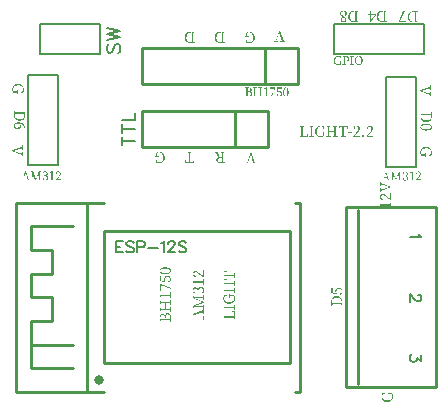
<source format=gto>
G04 Layer: TopSilkLayer*
G04 EasyEDA v6.1.30, Mon, 22 Apr 2019 04:26:04 GMT*
G04 3299eb1e32c44027902f169d4311eafc,c4e59543e3c44a9793b0b0a188f79ba1,10*
G04 Gerber Generator version 0.2*
G04 Scale: 100 percent, Rotated: No, Reflected: No *
G04 Dimensions in millimeters *
G04 leading zeros omitted , absolute positions ,3 integer and 3 decimal *
%FSLAX33Y33*%
%MOMM*%
G90*
G71D02*

%ADD10C,0.254000*%
%ADD24C,0.203200*%
%ADD25C,0.202999*%
%ADD26C,0.399999*%
%ADD27C,0.152400*%

%LPD*%
G54D10*
G01X24892Y36068D02*
G01X11684Y36068D01*
G01X11684Y39116D01*
G01X24892Y39116D01*
G01X24892Y36068D01*
G01X22098Y36068D02*
G01X22098Y39116D01*
G54D24*
G01X2032Y31115D02*
G01X2032Y29210D01*
G01X4572Y29210D01*
G01X4572Y36830D01*
G01X2032Y36830D01*
G54D25*
G01X2032Y36830D02*
G01X2032Y31115D01*
G54D24*
G01X34925Y34798D02*
G01X34925Y36703D01*
G01X32385Y36703D01*
G01X32385Y29083D01*
G01X34925Y29083D01*
G54D25*
G01X34925Y29083D02*
G01X34925Y34798D01*
G54D24*
G01X29845Y41148D02*
G01X27940Y41148D01*
G01X27940Y38608D01*
G01X35560Y38608D01*
G01X35560Y41148D01*
G54D25*
G01X35560Y41148D02*
G01X29845Y41148D01*
G54D10*
G01X22352Y30734D02*
G01X11684Y30734D01*
G01X11684Y33782D01*
G01X22352Y33782D01*
G01X22352Y30734D01*
G01X19558Y30734D02*
G01X19558Y33782D01*
G01X28956Y25654D02*
G01X36576Y25654D01*
G01X36576Y10414D01*
G01X28956Y10414D01*
G01X28956Y25654D01*
G01X29972Y25400D02*
G01X29972Y10668D01*
G54D24*
G01X3048Y38608D02*
G01X3048Y41148D01*
G01X8128Y41148D01*
G01X8128Y38608D01*
G01X6223Y38608D01*
G54D25*
G01X3048Y38608D02*
G01X6223Y38608D01*
G54D10*
G01X1081Y10034D02*
G01X1081Y26033D01*
G01X25081Y26033D02*
G01X25081Y10034D01*
G01X1081Y10034D02*
G01X8481Y10034D01*
G01X25081Y10034D02*
G01X24681Y10034D01*
G01X1081Y26033D02*
G01X8481Y26033D01*
G01X25081Y26033D02*
G01X24681Y26033D01*
G01X7081Y10034D02*
G01X7081Y26033D01*
G01X5882Y14034D02*
G01X2281Y14034D01*
G01X2281Y12034D01*
G01X5882Y12034D01*
G01X2281Y14034D02*
G01X2281Y16034D01*
G01X4081Y16034D01*
G01X4081Y18034D01*
G01X2281Y18034D01*
G01X2281Y20033D01*
G01X4081Y20033D01*
G01X4081Y22033D01*
G01X2281Y22033D01*
G01X2281Y24033D01*
G01X5882Y24033D01*
G01X8481Y12434D02*
G01X8481Y23633D01*
G01X24281Y23633D01*
G01X24281Y12434D01*
G01X8481Y12434D01*

%LPD*%
G36*
G01X23940Y35808D02*
G01X23897Y35814D01*
G01X23853Y35808D01*
G01X23810Y35793D01*
G01X23770Y35766D01*
G01X23735Y35727D01*
G01X23705Y35675D01*
G01X23683Y35609D01*
G01X23668Y35529D01*
G01X23663Y35433D01*
G01X23668Y35333D01*
G01X23683Y35250D01*
G01X23705Y35182D01*
G01X23735Y35128D01*
G01X23770Y35088D01*
G01X23810Y35060D01*
G01X23853Y35044D01*
G01X23897Y35039D01*
G01X23940Y35044D01*
G01X23982Y35060D01*
G01X24021Y35088D01*
G01X24056Y35128D01*
G01X24086Y35182D01*
G01X24108Y35250D01*
G01X24123Y35333D01*
G01X24128Y35433D01*
G01X24123Y35529D01*
G01X24108Y35609D01*
G01X24086Y35675D01*
G01X24056Y35727D01*
G01X24021Y35766D01*
G01X23982Y35793D01*
G01X23940Y35808D01*
G37*

%LPC*%
G36*
G01X23922Y35767D02*
G01X23897Y35770D01*
G01X23870Y35767D01*
G01X23845Y35755D01*
G01X23822Y35734D01*
G01X23801Y35701D01*
G01X23784Y35657D01*
G01X23771Y35598D01*
G01X23763Y35523D01*
G01X23760Y35433D01*
G01X23763Y35338D01*
G01X23771Y35261D01*
G01X23784Y35200D01*
G01X23801Y35154D01*
G01X23822Y35120D01*
G01X23845Y35098D01*
G01X23870Y35086D01*
G01X23897Y35082D01*
G01X23922Y35086D01*
G01X23946Y35098D01*
G01X23968Y35120D01*
G01X23989Y35154D01*
G01X24005Y35200D01*
G01X24018Y35261D01*
G01X24026Y35338D01*
G01X24029Y35433D01*
G01X24026Y35523D01*
G01X24018Y35598D01*
G01X24005Y35657D01*
G01X23989Y35701D01*
G01X23968Y35734D01*
G01X23946Y35755D01*
G01X23922Y35767D01*
G37*

%LPD*%
G36*
G01X23549Y35798D02*
G01X23186Y35798D01*
G01X23160Y35450D01*
G01X23191Y35443D01*
G01X23217Y35449D01*
G01X23244Y35454D01*
G01X23270Y35457D01*
G01X23297Y35458D01*
G01X23369Y35446D01*
G01X23424Y35410D01*
G01X23458Y35353D01*
G01X23470Y35275D01*
G01X23459Y35196D01*
G01X23427Y35135D01*
G01X23375Y35096D01*
G01X23302Y35082D01*
G01X23284Y35082D01*
G01X23267Y35084D01*
G01X23250Y35088D01*
G01X23231Y35092D01*
G01X23213Y35161D01*
G01X23203Y35194D01*
G01X23191Y35215D01*
G01X23175Y35226D01*
G01X23155Y35229D01*
G01X23137Y35227D01*
G01X23122Y35220D01*
G01X23110Y35209D01*
G01X23102Y35194D01*
G01X23128Y35127D01*
G01X23171Y35078D01*
G01X23231Y35049D01*
G01X23307Y35039D01*
G01X23364Y35043D01*
G01X23415Y35057D01*
G01X23459Y35078D01*
G01X23497Y35106D01*
G01X23528Y35142D01*
G01X23550Y35184D01*
G01X23564Y35231D01*
G01X23569Y35283D01*
G01X23565Y35335D01*
G01X23551Y35382D01*
G01X23530Y35422D01*
G01X23502Y35456D01*
G01X23466Y35482D01*
G01X23424Y35501D01*
G01X23377Y35512D01*
G01X23325Y35516D01*
G01X23296Y35515D01*
G01X23267Y35512D01*
G01X23240Y35508D01*
G01X23213Y35501D01*
G01X23226Y35712D01*
G01X23549Y35712D01*
G01X23549Y35798D01*
G37*

%LPD*%
G36*
G01X23008Y35798D02*
G01X22556Y35798D01*
G01X22556Y35712D01*
G01X22947Y35712D01*
G01X22650Y35064D01*
G01X22660Y35054D01*
G01X22746Y35054D01*
G01X23008Y35745D01*
G01X23008Y35798D01*
G37*

%LPD*%
G36*
G01X22281Y35798D02*
G01X22266Y35811D01*
G01X22037Y35750D01*
G01X22037Y35712D01*
G01X22187Y35725D01*
G01X22187Y35244D01*
G01X22186Y35200D01*
G01X22185Y35155D01*
G01X22185Y35110D01*
G01X22027Y35090D01*
G01X22027Y35054D01*
G01X22436Y35054D01*
G01X22436Y35090D01*
G01X22281Y35110D01*
G01X22279Y35200D01*
G01X22279Y35638D01*
G01X22281Y35798D01*
G37*

%LPD*%
G36*
G01X21428Y35798D02*
G01X21115Y35798D01*
G01X21115Y35760D01*
G01X21220Y35750D01*
G01X21221Y35676D01*
G01X21222Y35601D01*
G01X21222Y35250D01*
G01X21221Y35177D01*
G01X21220Y35105D01*
G01X21115Y35092D01*
G01X21115Y35054D01*
G01X21428Y35054D01*
G01X21428Y35092D01*
G01X21326Y35105D01*
G01X21325Y35178D01*
G01X21324Y35253D01*
G01X21324Y35415D01*
G01X21687Y35415D01*
G01X21687Y35330D01*
G01X21686Y35251D01*
G01X21686Y35176D01*
G01X21684Y35105D01*
G01X21580Y35092D01*
G01X21580Y35054D01*
G01X21893Y35054D01*
G01X21893Y35092D01*
G01X21789Y35105D01*
G01X21789Y35750D01*
G01X21893Y35760D01*
G01X21893Y35798D01*
G01X21580Y35798D01*
G01X21580Y35760D01*
G01X21684Y35750D01*
G01X21686Y35677D01*
G01X21686Y35604D01*
G01X21687Y35531D01*
G01X21687Y35458D01*
G01X21324Y35458D01*
G01X21324Y35605D01*
G01X21325Y35677D01*
G01X21326Y35750D01*
G01X21428Y35760D01*
G01X21428Y35798D01*
G37*

%LPD*%
G36*
G01X20765Y35798D02*
G01X20447Y35798D01*
G01X20447Y35760D01*
G01X20549Y35750D01*
G01X20551Y35676D01*
G01X20552Y35529D01*
G01X20552Y35327D01*
G01X20551Y35178D01*
G01X20549Y35105D01*
G01X20447Y35092D01*
G01X20447Y35054D01*
G01X20750Y35054D01*
G01X20823Y35059D01*
G01X20886Y35071D01*
G01X20937Y35092D01*
G01X20977Y35118D01*
G01X21007Y35149D01*
G01X21028Y35183D01*
G01X21040Y35219D01*
G01X21044Y35257D01*
G01X21032Y35322D01*
G01X20994Y35377D01*
G01X20927Y35418D01*
G01X20831Y35443D01*
G01X20911Y35470D01*
G01X20965Y35511D01*
G01X20996Y35562D01*
G01X21006Y35618D01*
G01X20990Y35691D01*
G01X20945Y35748D01*
G01X20869Y35785D01*
G01X20765Y35798D01*
G37*

%LPC*%
G36*
G01X20717Y35417D02*
G01X20653Y35417D01*
G01X20653Y35332D01*
G01X20654Y35252D01*
G01X20654Y35175D01*
G01X20656Y35100D01*
G01X20729Y35100D01*
G01X20821Y35110D01*
G01X20887Y35140D01*
G01X20927Y35190D01*
G01X20940Y35257D01*
G01X20927Y35327D01*
G01X20886Y35377D01*
G01X20817Y35407D01*
G01X20717Y35417D01*
G37*
G36*
G01X20734Y35755D02*
G01X20656Y35755D01*
G01X20654Y35682D01*
G01X20654Y35610D01*
G01X20653Y35537D01*
G01X20653Y35463D01*
G01X20712Y35463D01*
G01X20799Y35472D01*
G01X20860Y35500D01*
G01X20895Y35547D01*
G01X20907Y35613D01*
G01X20896Y35678D01*
G01X20864Y35722D01*
G01X20811Y35747D01*
G01X20734Y35755D01*
G37*

%LPD*%

%LPD*%
G36*
G01X34101Y28673D02*
G01X34014Y28686D01*
G01X33941Y28678D01*
G01X33879Y28651D01*
G01X33832Y28607D01*
G01X33805Y28544D01*
G01X33814Y28526D01*
G01X33826Y28515D01*
G01X33841Y28508D01*
G01X33859Y28506D01*
G01X33881Y28510D01*
G01X33899Y28522D01*
G01X33911Y28542D01*
G01X33920Y28572D01*
G01X33940Y28638D01*
G01X33955Y28641D01*
G01X33968Y28643D01*
G01X33993Y28643D01*
G01X34051Y28634D01*
G01X34094Y28606D01*
G01X34121Y28562D01*
G01X34130Y28501D01*
G01X34119Y28433D01*
G01X34086Y28384D01*
G01X34035Y28354D01*
G01X33968Y28343D01*
G01X33925Y28343D01*
G01X33925Y28295D01*
G01X33978Y28295D01*
G01X34053Y28283D01*
G01X34107Y28249D01*
G01X34140Y28196D01*
G01X34151Y28125D01*
G01X34140Y28056D01*
G01X34107Y28002D01*
G01X34054Y27967D01*
G01X33983Y27955D01*
G01X33967Y27955D01*
G01X33952Y27957D01*
G01X33935Y27959D01*
G01X33920Y27962D01*
G01X33899Y28028D01*
G01X33890Y28061D01*
G01X33877Y28084D01*
G01X33861Y28097D01*
G01X33838Y28102D01*
G01X33822Y28100D01*
G01X33808Y28094D01*
G01X33796Y28083D01*
G01X33785Y28067D01*
G01X33811Y27997D01*
G01X33858Y27949D01*
G01X33922Y27921D01*
G01X33998Y27912D01*
G01X34052Y27916D01*
G01X34100Y27928D01*
G01X34143Y27947D01*
G01X34179Y27973D01*
G01X34208Y28004D01*
G01X34229Y28040D01*
G01X34243Y28081D01*
G01X34247Y28125D01*
G01X34237Y28194D01*
G01X34204Y28251D01*
G01X34148Y28294D01*
G01X34067Y28321D01*
G01X34134Y28350D01*
G01X34184Y28392D01*
G01X34214Y28445D01*
G01X34224Y28506D01*
G01X34210Y28579D01*
G01X34167Y28636D01*
G01X34101Y28673D01*
G37*

%LPD*%
G36*
G01X35218Y28672D02*
G01X35126Y28686D01*
G01X35046Y28676D01*
G01X34978Y28644D01*
G01X34928Y28592D01*
G01X34903Y28519D01*
G01X34912Y28505D01*
G01X34924Y28495D01*
G01X34939Y28488D01*
G01X34956Y28486D01*
G01X34975Y28489D01*
G01X34992Y28501D01*
G01X35006Y28522D01*
G01X35017Y28554D01*
G01X35040Y28635D01*
G01X35056Y28639D01*
G01X35072Y28641D01*
G01X35086Y28643D01*
G01X35098Y28643D01*
G01X35155Y28632D01*
G01X35198Y28599D01*
G01X35226Y28550D01*
G01X35235Y28486D01*
G01X35226Y28418D01*
G01X35196Y28348D01*
G01X35146Y28272D01*
G01X35075Y28186D01*
G01X35037Y28142D01*
G01X34996Y28095D01*
G01X34953Y28046D01*
G01X34908Y27995D01*
G01X34908Y27927D01*
G01X35365Y27927D01*
G01X35365Y28013D01*
G01X34979Y28013D01*
G01X35016Y28052D01*
G01X35052Y28089D01*
G01X35083Y28121D01*
G01X35108Y28148D01*
G01X35166Y28209D01*
G01X35214Y28262D01*
G01X35253Y28308D01*
G01X35283Y28349D01*
G01X35305Y28386D01*
G01X35321Y28421D01*
G01X35329Y28456D01*
G01X35332Y28491D01*
G01X35320Y28569D01*
G01X35283Y28631D01*
G01X35218Y28672D01*
G37*

%LPD*%
G36*
G01X34633Y28671D02*
G01X34618Y28684D01*
G01X34389Y28623D01*
G01X34389Y28585D01*
G01X34539Y28597D01*
G01X34539Y28117D01*
G01X34538Y28073D01*
G01X34537Y28028D01*
G01X34537Y27983D01*
G01X34377Y27962D01*
G01X34377Y27927D01*
G01X34788Y27927D01*
G01X34788Y27962D01*
G01X34631Y27983D01*
G01X34631Y28511D01*
G01X34633Y28671D01*
G37*

%LPD*%
G36*
G01X32980Y28671D02*
G01X32777Y28671D01*
G01X32777Y28633D01*
G01X32878Y28620D01*
G01X32878Y27980D01*
G01X32777Y27965D01*
G01X32777Y27927D01*
G01X33025Y27927D01*
G01X33025Y27965D01*
G01X32929Y27980D01*
G01X32929Y28333D01*
G01X32928Y28358D01*
G01X32926Y28414D01*
G01X32925Y28488D01*
G01X32924Y28564D01*
G01X33183Y27927D01*
G01X33231Y27927D01*
G01X33483Y28567D01*
G01X33480Y28267D01*
G01X33480Y28195D01*
G01X33479Y28050D01*
G01X33478Y27978D01*
G01X33381Y27965D01*
G01X33381Y27927D01*
G01X33686Y27927D01*
G01X33686Y27965D01*
G01X33582Y27978D01*
G01X33580Y28050D01*
G01X33580Y28124D01*
G01X33579Y28198D01*
G01X33579Y28400D01*
G01X33580Y28550D01*
G01X33582Y28623D01*
G01X33686Y28633D01*
G01X33686Y28671D01*
G01X33473Y28671D01*
G01X33231Y28054D01*
G01X32980Y28671D01*
G37*

%LPD*%
G36*
G01X32406Y28676D02*
G01X32340Y28676D01*
G01X32103Y27980D01*
G01X32012Y27965D01*
G01X32012Y27927D01*
G01X32261Y27927D01*
G01X32261Y27965D01*
G01X32152Y27980D01*
G01X32215Y28173D01*
G01X32474Y28173D01*
G01X32538Y27978D01*
G01X32429Y27965D01*
G01X32429Y27927D01*
G01X32731Y27927D01*
G01X32731Y27965D01*
G01X32644Y27975D01*
G01X32406Y28676D01*
G37*

%LPC*%
G36*
G01X32459Y28216D02*
G01X32345Y28562D01*
G01X32230Y28216D01*
G01X32459Y28216D01*
G37*

%LPD*%

%LPD*%
G36*
G01X30107Y38477D02*
G01X30064Y38481D01*
G01X30020Y38477D01*
G01X29978Y38469D01*
G01X29937Y38454D01*
G01X29898Y38434D01*
G01X29861Y38408D01*
G01X29828Y38378D01*
G01X29798Y38342D01*
G01X29773Y38301D01*
G01X29752Y38255D01*
G01X29737Y38205D01*
G01X29727Y38151D01*
G01X29723Y38092D01*
G01X29727Y38031D01*
G01X29737Y37975D01*
G01X29752Y37924D01*
G01X29773Y37878D01*
G01X29798Y37838D01*
G01X29828Y37802D01*
G01X29861Y37772D01*
G01X29898Y37747D01*
G01X29937Y37728D01*
G01X29978Y37714D01*
G01X30020Y37706D01*
G01X30064Y37703D01*
G01X30108Y37706D01*
G01X30150Y37715D01*
G01X30190Y37729D01*
G01X30229Y37749D01*
G01X30266Y37774D01*
G01X30299Y37805D01*
G01X30328Y37841D01*
G01X30353Y37882D01*
G01X30374Y37927D01*
G01X30389Y37978D01*
G01X30399Y38032D01*
G01X30402Y38092D01*
G01X30398Y38152D01*
G01X30388Y38208D01*
G01X30373Y38259D01*
G01X30352Y38304D01*
G01X30327Y38345D01*
G01X30298Y38380D01*
G01X30265Y38411D01*
G01X30228Y38436D01*
G01X30189Y38455D01*
G01X30149Y38469D01*
G01X30107Y38477D01*
G37*

%LPC*%
G36*
G01X30118Y38425D02*
G01X30064Y38432D01*
G01X30009Y38425D01*
G01X29963Y38404D01*
G01X29924Y38371D01*
G01X29893Y38328D01*
G01X29868Y38277D01*
G01X29852Y38219D01*
G01X29841Y38157D01*
G01X29838Y38092D01*
G01X29841Y38027D01*
G01X29852Y37964D01*
G01X29868Y37906D01*
G01X29893Y37855D01*
G01X29924Y37811D01*
G01X29963Y37778D01*
G01X30009Y37757D01*
G01X30064Y37749D01*
G01X30118Y37757D01*
G01X30164Y37778D01*
G01X30202Y37811D01*
G01X30233Y37855D01*
G01X30256Y37906D01*
G01X30272Y37964D01*
G01X30282Y38027D01*
G01X30285Y38092D01*
G01X30282Y38157D01*
G01X30272Y38219D01*
G01X30256Y38277D01*
G01X30233Y38328D01*
G01X30202Y38371D01*
G01X30164Y38404D01*
G01X30118Y38425D01*
G37*

%LPD*%
G36*
G01X28385Y38477D02*
G01X28319Y38481D01*
G01X28265Y38477D01*
G01X28213Y38467D01*
G01X28165Y38452D01*
G01X28121Y38430D01*
G01X28082Y38403D01*
G01X28046Y38371D01*
G01X28015Y38334D01*
G01X27989Y38293D01*
G01X27968Y38248D01*
G01X27953Y38199D01*
G01X27943Y38147D01*
G01X27940Y38092D01*
G01X27943Y38036D01*
G01X27953Y37984D01*
G01X27968Y37935D01*
G01X27988Y37890D01*
G01X28014Y37849D01*
G01X28045Y37812D01*
G01X28080Y37780D01*
G01X28120Y37753D01*
G01X28163Y37732D01*
G01X28211Y37716D01*
G01X28262Y37706D01*
G01X28316Y37703D01*
G01X28382Y37707D01*
G01X28443Y37720D01*
G01X28501Y37740D01*
G01X28558Y37767D01*
G01X28558Y37872D01*
G01X28559Y37925D01*
G01X28561Y37977D01*
G01X28563Y38028D01*
G01X28629Y38033D01*
G01X28629Y38074D01*
G01X28339Y38074D01*
G01X28339Y38033D01*
G01X28456Y38026D01*
G01X28458Y37974D01*
G01X28459Y37869D01*
G01X28459Y37774D01*
G01X28429Y37764D01*
G01X28398Y37757D01*
G01X28367Y37753D01*
G01X28334Y37752D01*
G01X28273Y37758D01*
G01X28219Y37775D01*
G01X28171Y37803D01*
G01X28130Y37841D01*
G01X28098Y37890D01*
G01X28075Y37949D01*
G01X28060Y38016D01*
G01X28055Y38092D01*
G01X28060Y38169D01*
G01X28076Y38236D01*
G01X28100Y38295D01*
G01X28133Y38343D01*
G01X28174Y38381D01*
G01X28221Y38409D01*
G01X28274Y38427D01*
G01X28332Y38432D01*
G01X28365Y38430D01*
G01X28397Y38424D01*
G01X28427Y38414D01*
G01X28456Y38399D01*
G01X28484Y38262D01*
G01X28545Y38262D01*
G01X28542Y38425D01*
G01X28495Y38450D01*
G01X28443Y38467D01*
G01X28385Y38477D01*
G37*

%LPD*%
G36*
G01X29645Y38463D02*
G01X29332Y38463D01*
G01X29332Y38425D01*
G01X29436Y38414D01*
G01X29436Y37769D01*
G01X29332Y37757D01*
G01X29332Y37719D01*
G01X29645Y37719D01*
G01X29645Y37757D01*
G01X29541Y37769D01*
G01X29539Y37842D01*
G01X29539Y37916D01*
G01X29538Y37990D01*
G01X29538Y38192D01*
G01X29539Y38341D01*
G01X29541Y38414D01*
G01X29645Y38425D01*
G01X29645Y38463D01*
G37*

%LPD*%
G36*
G01X28984Y38463D02*
G01X28687Y38463D01*
G01X28687Y38425D01*
G01X28791Y38414D01*
G01X28791Y37769D01*
G01X28687Y37757D01*
G01X28687Y37719D01*
G01X29002Y37719D01*
G01X29002Y37757D01*
G01X28895Y37769D01*
G01X28894Y37832D01*
G01X28893Y37955D01*
G01X28893Y38016D01*
G01X28954Y38016D01*
G01X29032Y38020D01*
G01X29097Y38034D01*
G01X29150Y38055D01*
G01X29193Y38083D01*
G01X29225Y38117D01*
G01X29247Y38155D01*
G01X29260Y38197D01*
G01X29264Y38242D01*
G01X29260Y38289D01*
G01X29246Y38332D01*
G01X29225Y38370D01*
G01X29195Y38402D01*
G01X29156Y38428D01*
G01X29107Y38447D01*
G01X29050Y38459D01*
G01X28984Y38463D01*
G37*

%LPC*%
G36*
G01X28967Y38420D02*
G01X28895Y38420D01*
G01X28894Y38345D01*
G01X28893Y38193D01*
G01X28893Y38061D01*
G01X28964Y38061D01*
G01X29053Y38075D01*
G01X29114Y38112D01*
G01X29149Y38169D01*
G01X29160Y38242D01*
G01X29148Y38318D01*
G01X29113Y38373D01*
G01X29053Y38408D01*
G01X28967Y38420D01*
G37*

%LPD*%
G54D27*
G01X10033Y31254D02*
G01X11123Y31254D01*
G01X10033Y30891D02*
G01X10033Y31617D01*
G01X10033Y32326D02*
G01X11123Y32326D01*
G01X10033Y31960D02*
G01X10033Y32689D01*
G01X10033Y33032D02*
G01X11123Y33032D01*
G01X11123Y33032D02*
G01X11123Y33654D01*
G54D24*
G01X35162Y23368D02*
G01X35207Y23276D01*
G01X35345Y23141D01*
G01X34389Y23141D01*
G01X35116Y18242D02*
G01X35162Y18242D01*
G01X35253Y18196D01*
G01X35299Y18150D01*
G01X35345Y18061D01*
G01X35345Y17879D01*
G01X35299Y17787D01*
G01X35253Y17741D01*
G01X35162Y17696D01*
G01X35070Y17696D01*
G01X34981Y17741D01*
G01X34844Y17833D01*
G01X34389Y18288D01*
G01X34389Y17650D01*
G01X35345Y13116D02*
G01X35345Y12616D01*
G01X34981Y12890D01*
G01X34981Y12753D01*
G01X34936Y12661D01*
G01X34890Y12616D01*
G01X34753Y12570D01*
G01X34661Y12570D01*
G01X34527Y12616D01*
G01X34435Y12707D01*
G01X34389Y12844D01*
G01X34389Y12981D01*
G01X34435Y13116D01*
G01X34481Y13162D01*
G01X34572Y13208D01*
G54D27*
G01X8931Y39461D02*
G01X8827Y39357D01*
G01X8776Y39202D01*
G01X8776Y38994D01*
G01X8827Y38839D01*
G01X8931Y38735D01*
G01X9035Y38735D01*
G01X9139Y38785D01*
G01X9190Y38839D01*
G01X9243Y38943D01*
G01X9348Y39255D01*
G01X9398Y39357D01*
G01X9449Y39410D01*
G01X9553Y39461D01*
G01X9711Y39461D01*
G01X9815Y39357D01*
G01X9866Y39202D01*
G01X9866Y38994D01*
G01X9815Y38839D01*
G01X9711Y38735D01*
G01X8776Y39804D02*
G01X9866Y40065D01*
G01X8776Y40325D02*
G01X9866Y40065D01*
G01X8776Y40325D02*
G01X9866Y40584D01*
G01X8776Y40843D02*
G01X9866Y40584D01*
G54D24*
G01X9481Y22789D02*
G01X9481Y21834D01*
G01X9481Y22789D02*
G01X10071Y22789D01*
G01X9481Y22334D02*
G01X9845Y22334D01*
G01X9481Y21834D02*
G01X10071Y21834D01*
G01X11008Y22651D02*
G01X10917Y22743D01*
G01X10779Y22789D01*
G01X10599Y22789D01*
G01X10462Y22743D01*
G01X10370Y22651D01*
G01X10370Y22563D01*
G01X10416Y22471D01*
G01X10462Y22425D01*
G01X10553Y22380D01*
G01X10825Y22288D01*
G01X10917Y22243D01*
G01X10962Y22197D01*
G01X11008Y22108D01*
G01X11008Y21971D01*
G01X10917Y21879D01*
G01X10779Y21834D01*
G01X10599Y21834D01*
G01X10462Y21879D01*
G01X10370Y21971D01*
G01X11308Y22789D02*
G01X11308Y21834D01*
G01X11308Y22789D02*
G01X11717Y22789D01*
G01X11854Y22743D01*
G01X11900Y22697D01*
G01X11945Y22606D01*
G01X11945Y22471D01*
G01X11900Y22380D01*
G01X11854Y22334D01*
G01X11717Y22288D01*
G01X11308Y22288D01*
G01X12245Y22243D02*
G01X13063Y22243D01*
G01X13363Y22606D02*
G01X13454Y22651D01*
G01X13589Y22789D01*
G01X13589Y21834D01*
G01X13934Y22563D02*
G01X13934Y22606D01*
G01X13980Y22697D01*
G01X14026Y22743D01*
G01X14117Y22789D01*
G01X14300Y22789D01*
G01X14389Y22743D01*
G01X14434Y22697D01*
G01X14480Y22606D01*
G01X14480Y22517D01*
G01X14434Y22425D01*
G01X14343Y22288D01*
G01X13888Y21834D01*
G01X14526Y21834D01*
G01X15463Y22651D02*
G01X15372Y22743D01*
G01X15235Y22789D01*
G01X15054Y22789D01*
G01X14917Y22743D01*
G01X14826Y22651D01*
G01X14826Y22563D01*
G01X14871Y22471D01*
G01X14917Y22425D01*
G01X15008Y22380D01*
G01X15280Y22288D01*
G01X15372Y22243D01*
G01X15417Y22197D01*
G01X15463Y22108D01*
G01X15463Y21971D01*
G01X15372Y21879D01*
G01X15235Y21834D01*
G01X15054Y21834D01*
G01X14917Y21879D01*
G01X14826Y21971D01*

%LPD*%
G36*
G01X3613Y28688D02*
G01X3526Y28702D01*
G01X3453Y28693D01*
G01X3391Y28666D01*
G01X3345Y28622D01*
G01X3318Y28559D01*
G01X3327Y28541D01*
G01X3338Y28530D01*
G01X3353Y28523D01*
G01X3371Y28521D01*
G01X3394Y28525D01*
G01X3411Y28537D01*
G01X3423Y28558D01*
G01X3432Y28587D01*
G01X3452Y28653D01*
G01X3467Y28656D01*
G01X3481Y28658D01*
G01X3506Y28658D01*
G01X3564Y28649D01*
G01X3607Y28621D01*
G01X3634Y28577D01*
G01X3643Y28516D01*
G01X3631Y28449D01*
G01X3599Y28399D01*
G01X3547Y28369D01*
G01X3480Y28359D01*
G01X3437Y28359D01*
G01X3437Y28310D01*
G01X3490Y28310D01*
G01X3566Y28298D01*
G01X3619Y28264D01*
G01X3652Y28211D01*
G01X3663Y28140D01*
G01X3652Y28072D01*
G01X3619Y28018D01*
G01X3567Y27983D01*
G01X3495Y27970D01*
G01X3480Y27970D01*
G01X3448Y27974D01*
G01X3432Y27978D01*
G01X3402Y28077D01*
G01X3390Y28100D01*
G01X3374Y28113D01*
G01X3351Y28117D01*
G01X3334Y28115D01*
G01X3320Y28109D01*
G01X3308Y28098D01*
G01X3297Y28082D01*
G01X3324Y28013D01*
G01X3370Y27964D01*
G01X3434Y27936D01*
G01X3511Y27927D01*
G01X3565Y27931D01*
G01X3613Y27943D01*
G01X3655Y27962D01*
G01X3692Y27988D01*
G01X3720Y28019D01*
G01X3742Y28055D01*
G01X3755Y28096D01*
G01X3760Y28140D01*
G01X3749Y28209D01*
G01X3716Y28267D01*
G01X3660Y28309D01*
G01X3579Y28336D01*
G01X3647Y28365D01*
G01X3696Y28407D01*
G01X3727Y28460D01*
G01X3737Y28521D01*
G01X3722Y28594D01*
G01X3680Y28651D01*
G01X3613Y28688D01*
G37*

%LPD*%
G36*
G01X4730Y28687D02*
G01X4638Y28702D01*
G01X4559Y28691D01*
G01X4491Y28659D01*
G01X4440Y28607D01*
G01X4415Y28534D01*
G01X4425Y28520D01*
G01X4437Y28509D01*
G01X4452Y28503D01*
G01X4468Y28501D01*
G01X4488Y28504D01*
G01X4504Y28516D01*
G01X4518Y28537D01*
G01X4529Y28569D01*
G01X4552Y28651D01*
G01X4569Y28654D01*
G01X4584Y28656D01*
G01X4598Y28658D01*
G01X4611Y28658D01*
G01X4667Y28647D01*
G01X4711Y28615D01*
G01X4738Y28565D01*
G01X4748Y28501D01*
G01X4738Y28433D01*
G01X4709Y28363D01*
G01X4659Y28287D01*
G01X4588Y28201D01*
G01X4550Y28157D01*
G01X4508Y28111D01*
G01X4465Y28061D01*
G01X4420Y28011D01*
G01X4420Y27942D01*
G01X4877Y27942D01*
G01X4877Y28028D01*
G01X4491Y28028D01*
G01X4529Y28068D01*
G01X4564Y28104D01*
G01X4596Y28137D01*
G01X4621Y28163D01*
G01X4679Y28224D01*
G01X4726Y28277D01*
G01X4765Y28323D01*
G01X4795Y28364D01*
G01X4818Y28401D01*
G01X4833Y28436D01*
G01X4842Y28471D01*
G01X4844Y28506D01*
G01X4832Y28585D01*
G01X4795Y28647D01*
G01X4730Y28687D01*
G37*

%LPD*%
G36*
G01X4146Y28686D02*
G01X4130Y28699D01*
G01X3902Y28638D01*
G01X3902Y28600D01*
G01X4052Y28613D01*
G01X4052Y28176D01*
G01X4050Y28088D01*
G01X4050Y28043D01*
G01X4049Y27998D01*
G01X3889Y27978D01*
G01X3889Y27942D01*
G01X4301Y27942D01*
G01X4301Y27978D01*
G01X4143Y27998D01*
G01X4143Y28526D01*
G01X4146Y28686D01*
G37*

%LPD*%
G36*
G01X2492Y28686D02*
G01X2289Y28686D01*
G01X2289Y28648D01*
G01X2391Y28635D01*
G01X2391Y27995D01*
G01X2289Y27980D01*
G01X2289Y27942D01*
G01X2538Y27942D01*
G01X2538Y27980D01*
G01X2441Y27995D01*
G01X2441Y28348D01*
G01X2440Y28373D01*
G01X2439Y28430D01*
G01X2437Y28503D01*
G01X2436Y28580D01*
G01X2695Y27942D01*
G01X2744Y27942D01*
G01X2995Y28582D01*
G01X2993Y28282D01*
G01X2993Y28210D01*
G01X2992Y28138D01*
G01X2992Y28065D01*
G01X2990Y27993D01*
G01X2893Y27980D01*
G01X2893Y27942D01*
G01X3198Y27942D01*
G01X3198Y27980D01*
G01X3094Y27993D01*
G01X3093Y28065D01*
G01X3092Y28139D01*
G01X3092Y28415D01*
G01X3093Y28565D01*
G01X3094Y28638D01*
G01X3198Y28648D01*
G01X3198Y28686D01*
G01X2985Y28686D01*
G01X2744Y28069D01*
G01X2492Y28686D01*
G37*

%LPD*%
G36*
G01X1918Y28691D02*
G01X1852Y28691D01*
G01X1616Y27995D01*
G01X1524Y27980D01*
G01X1524Y27942D01*
G01X1773Y27942D01*
G01X1773Y27980D01*
G01X1664Y27995D01*
G01X1728Y28188D01*
G01X1987Y28188D01*
G01X2050Y27993D01*
G01X1941Y27980D01*
G01X1941Y27942D01*
G01X2243Y27942D01*
G01X2243Y27980D01*
G01X2157Y27990D01*
G01X1918Y28691D01*
G37*

%LPC*%
G36*
G01X1971Y28232D02*
G01X1857Y28577D01*
G01X1743Y28232D01*
G01X1971Y28232D01*
G37*

%LPD*%

%LPD*%
G36*
G01X36183Y35979D02*
G01X36135Y35979D01*
G01X36124Y35874D01*
G01X35243Y35549D01*
G01X35243Y35491D01*
G01X36119Y35199D01*
G01X36137Y35077D01*
G01X36183Y35077D01*
G01X36183Y35397D01*
G01X36129Y35397D01*
G01X36117Y35267D01*
G01X35418Y35493D01*
G01X36119Y35737D01*
G01X36129Y35603D01*
G01X36183Y35603D01*
G01X36183Y35979D01*
G37*

%LPD*%

%LPD*%
G36*
G01X20961Y30312D02*
G01X20905Y30312D01*
G01X20610Y29436D01*
G01X20491Y29418D01*
G01X20491Y29372D01*
G01X20811Y29372D01*
G01X20811Y29425D01*
G01X20681Y29438D01*
G01X20907Y30137D01*
G01X21151Y29436D01*
G01X21014Y29425D01*
G01X21014Y29372D01*
G01X21392Y29372D01*
G01X21392Y29420D01*
G01X21288Y29430D01*
G01X20961Y30312D01*
G37*

%LPD*%

%LPD*%
G36*
G01X32827Y26116D02*
G01X32784Y26116D01*
G01X32756Y25920D01*
G01X32646Y25918D01*
G01X32098Y25918D01*
G01X31898Y25923D01*
G01X31882Y25905D01*
G01X31956Y25618D01*
G01X32004Y25618D01*
G01X31987Y25803D01*
G01X32590Y25803D01*
G01X32646Y25802D01*
G01X32756Y25801D01*
G01X32784Y25603D01*
G01X32827Y25603D01*
G01X32827Y26116D01*
G37*

%LPD*%
G36*
G01X32827Y26837D02*
G01X32718Y26837D01*
G01X32718Y26352D01*
G01X32625Y26445D01*
G01X32584Y26485D01*
G01X32551Y26517D01*
G01X32475Y26589D01*
G01X32409Y26649D01*
G01X32352Y26697D01*
G01X32301Y26735D01*
G01X32254Y26763D01*
G01X32211Y26782D01*
G01X32167Y26793D01*
G01X32124Y26797D01*
G01X32071Y26793D01*
G01X32024Y26781D01*
G01X31982Y26762D01*
G01X31947Y26735D01*
G01X31917Y26698D01*
G01X31896Y26654D01*
G01X31882Y26600D01*
G01X31877Y26537D01*
G01X31880Y26487D01*
G01X31890Y26438D01*
G01X31906Y26394D01*
G01X31929Y26353D01*
G01X31959Y26318D01*
G01X31995Y26290D01*
G01X32038Y26270D01*
G01X32088Y26258D01*
G01X32106Y26271D01*
G01X32119Y26286D01*
G01X32128Y26305D01*
G01X32131Y26327D01*
G01X32126Y26350D01*
G01X32111Y26370D01*
G01X32083Y26388D01*
G01X32043Y26403D01*
G01X31941Y26428D01*
G01X31937Y26450D01*
G01X31935Y26470D01*
G01X31934Y26488D01*
G01X31933Y26504D01*
G01X31947Y26575D01*
G01X31987Y26628D01*
G01X32049Y26662D01*
G01X32131Y26675D01*
G01X32173Y26672D01*
G01X32214Y26662D01*
G01X32256Y26647D01*
G01X32300Y26626D01*
G01X32346Y26598D01*
G01X32394Y26564D01*
G01X32446Y26524D01*
G01X32502Y26476D01*
G01X32556Y26427D01*
G01X32615Y26375D01*
G01X32677Y26321D01*
G01X32741Y26266D01*
G01X32827Y26266D01*
G01X32827Y26837D01*
G37*

%LPD*%
G36*
G01X31943Y27813D02*
G01X31898Y27813D01*
G01X31898Y27492D01*
G01X31951Y27492D01*
G01X31961Y27622D01*
G01X32660Y27396D01*
G01X31961Y27152D01*
G01X31951Y27289D01*
G01X31898Y27289D01*
G01X31898Y26911D01*
G01X31943Y26911D01*
G01X31956Y27015D01*
G01X32835Y27343D01*
G01X32835Y27398D01*
G01X31961Y27693D01*
G01X31943Y27813D01*
G37*

%LPD*%

%LPD*%
G36*
G01X32561Y10033D02*
G01X32515Y10033D01*
G01X32515Y9672D01*
G01X32561Y9672D01*
G01X32573Y9819D01*
G01X32888Y9819D01*
G01X32901Y9781D01*
G01X32910Y9744D01*
G01X32915Y9705D01*
G01X32916Y9664D01*
G01X32913Y9613D01*
G01X32903Y9564D01*
G01X32887Y9520D01*
G01X32865Y9479D01*
G01X32838Y9443D01*
G01X32804Y9410D01*
G01X32765Y9382D01*
G01X32720Y9359D01*
G01X32670Y9341D01*
G01X32615Y9327D01*
G01X32555Y9319D01*
G01X32490Y9316D01*
G01X32425Y9319D01*
G01X32365Y9328D01*
G01X32310Y9342D01*
G01X32260Y9361D01*
G01X32215Y9385D01*
G01X32176Y9414D01*
G01X32143Y9446D01*
G01X32116Y9483D01*
G01X32094Y9523D01*
G01X32078Y9566D01*
G01X32069Y9613D01*
G01X32065Y9662D01*
G01X32068Y9703D01*
G01X32075Y9742D01*
G01X32088Y9781D01*
G01X32106Y9819D01*
G01X32279Y9852D01*
G01X32279Y9926D01*
G01X32073Y9926D01*
G01X32043Y9866D01*
G01X32022Y9801D01*
G01X32009Y9729D01*
G01X32004Y9646D01*
G01X32009Y9578D01*
G01X32021Y9514D01*
G01X32041Y9455D01*
G01X32068Y9400D01*
G01X32102Y9350D01*
G01X32142Y9305D01*
G01X32188Y9267D01*
G01X32240Y9234D01*
G01X32296Y9209D01*
G01X32357Y9190D01*
G01X32421Y9178D01*
G01X32490Y9174D01*
G01X32559Y9178D01*
G01X32624Y9189D01*
G01X32686Y9208D01*
G01X32742Y9234D01*
G01X32794Y9266D01*
G01X32840Y9304D01*
G01X32880Y9348D01*
G01X32914Y9397D01*
G01X32941Y9452D01*
G01X32961Y9511D01*
G01X32973Y9574D01*
G01X32977Y9641D01*
G01X32972Y9724D01*
G01X32956Y9800D01*
G01X32930Y9874D01*
G01X32896Y9946D01*
G01X32700Y9946D01*
G01X32635Y9947D01*
G01X32571Y9949D01*
G01X32561Y10033D01*
G37*

%LPD*%

%LPD*%
G36*
G01X28279Y18146D02*
G01X28207Y18150D01*
G01X28135Y18147D01*
G01X28068Y18136D01*
G01X28008Y18117D01*
G01X27954Y18093D01*
G01X27905Y18062D01*
G01X27862Y18025D01*
G01X27826Y17983D01*
G01X27796Y17935D01*
G01X27773Y17883D01*
G01X27756Y17825D01*
G01X27746Y17764D01*
G01X27742Y17698D01*
G01X27742Y17294D01*
G01X27791Y17294D01*
G01X27803Y17424D01*
G01X27895Y17425D01*
G01X27988Y17426D01*
G01X28471Y17426D01*
G01X28519Y17425D01*
G01X28565Y17425D01*
G01X28611Y17424D01*
G01X28624Y17294D01*
G01X28672Y17294D01*
G01X28672Y17673D01*
G01X28668Y17740D01*
G01X28658Y17804D01*
G01X28641Y17864D01*
G01X28618Y17920D01*
G01X28588Y17970D01*
G01X28552Y18015D01*
G01X28509Y18055D01*
G01X28461Y18088D01*
G01X28406Y18115D01*
G01X28346Y18134D01*
G01X28279Y18146D01*
G37*

%LPC*%
G36*
G01X28270Y18003D02*
G01X28207Y18006D01*
G01X28143Y18003D01*
G01X28083Y17996D01*
G01X28029Y17984D01*
G01X27981Y17967D01*
G01X27938Y17946D01*
G01X27900Y17920D01*
G01X27869Y17889D01*
G01X27842Y17855D01*
G01X27822Y17816D01*
G01X27807Y17773D01*
G01X27799Y17726D01*
G01X27796Y17675D01*
G01X27796Y17553D01*
G01X28616Y17553D01*
G01X28616Y17665D01*
G01X28613Y17719D01*
G01X28604Y17767D01*
G01X28589Y17812D01*
G01X28568Y17852D01*
G01X28541Y17887D01*
G01X28509Y17918D01*
G01X28471Y17945D01*
G01X28428Y17966D01*
G01X28380Y17983D01*
G01X28328Y17996D01*
G01X28270Y18003D01*
G37*

%LPD*%
G36*
G01X28450Y18848D02*
G01X28385Y18854D01*
G01X28319Y18848D01*
G01X28261Y18832D01*
G01X28211Y18805D01*
G01X28170Y18769D01*
G01X28137Y18725D01*
G01X28113Y18673D01*
G01X28098Y18614D01*
G01X28093Y18549D01*
G01X28094Y18514D01*
G01X28097Y18479D01*
G01X28103Y18444D01*
G01X28113Y18409D01*
G01X27852Y18427D01*
G01X27852Y18829D01*
G01X27742Y18829D01*
G01X27742Y18374D01*
G01X28177Y18346D01*
G01X28187Y18381D01*
G01X28178Y18415D01*
G01X28172Y18448D01*
G01X28170Y18481D01*
G01X28169Y18514D01*
G01X28173Y18562D01*
G01X28184Y18604D01*
G01X28203Y18642D01*
G01X28228Y18673D01*
G01X28260Y18698D01*
G01X28299Y18717D01*
G01X28344Y18728D01*
G01X28395Y18732D01*
G01X28448Y18728D01*
G01X28495Y18718D01*
G01X28536Y18702D01*
G01X28571Y18678D01*
G01X28599Y18648D01*
G01X28620Y18612D01*
G01X28632Y18569D01*
G01X28636Y18521D01*
G01X28636Y18499D01*
G01X28634Y18476D01*
G01X28630Y18455D01*
G01X28624Y18432D01*
G01X28540Y18412D01*
G01X28499Y18398D01*
G01X28472Y18382D01*
G01X28458Y18362D01*
G01X28453Y18336D01*
G01X28457Y18314D01*
G01X28465Y18296D01*
G01X28478Y18281D01*
G01X28497Y18270D01*
G01X28541Y18283D01*
G01X28580Y18302D01*
G01X28614Y18327D01*
G01X28641Y18357D01*
G01X28662Y18393D01*
G01X28678Y18433D01*
G01X28687Y18479D01*
G01X28690Y18529D01*
G01X28684Y18599D01*
G01X28668Y18663D01*
G01X28641Y18719D01*
G01X28606Y18766D01*
G01X28562Y18803D01*
G01X28510Y18831D01*
G01X28450Y18848D01*
G37*

%LPD*%

%LPD*%
G36*
G01X1298Y36122D02*
G01X1230Y36126D01*
G01X1160Y36122D01*
G01X1095Y36111D01*
G01X1034Y36092D01*
G01X977Y36066D01*
G01X925Y36034D01*
G01X879Y35996D01*
G01X839Y35952D01*
G01X805Y35903D01*
G01X778Y35848D01*
G01X758Y35789D01*
G01X746Y35726D01*
G01X742Y35659D01*
G01X748Y35576D01*
G01X764Y35499D01*
G01X789Y35426D01*
G01X823Y35354D01*
G01X953Y35354D01*
G01X1020Y35353D01*
G01X1085Y35353D01*
G01X1148Y35351D01*
G01X1159Y35267D01*
G01X1204Y35267D01*
G01X1204Y35628D01*
G01X1159Y35628D01*
G01X1146Y35481D01*
G01X831Y35481D01*
G01X818Y35519D01*
G01X809Y35556D01*
G01X805Y35595D01*
G01X803Y35636D01*
G01X806Y35687D01*
G01X816Y35736D01*
G01X832Y35780D01*
G01X854Y35821D01*
G01X882Y35857D01*
G01X915Y35890D01*
G01X955Y35918D01*
G01X999Y35941D01*
G01X1050Y35959D01*
G01X1105Y35973D01*
G01X1165Y35981D01*
G01X1230Y35984D01*
G01X1295Y35981D01*
G01X1355Y35972D01*
G01X1410Y35958D01*
G01X1459Y35939D01*
G01X1504Y35915D01*
G01X1543Y35886D01*
G01X1576Y35854D01*
G01X1604Y35817D01*
G01X1626Y35777D01*
G01X1641Y35734D01*
G01X1651Y35687D01*
G01X1654Y35638D01*
G01X1652Y35597D01*
G01X1644Y35558D01*
G01X1631Y35519D01*
G01X1613Y35481D01*
G01X1441Y35448D01*
G01X1441Y35374D01*
G01X1646Y35374D01*
G01X1676Y35433D01*
G01X1698Y35499D01*
G01X1711Y35571D01*
G01X1715Y35653D01*
G01X1711Y35721D01*
G01X1698Y35785D01*
G01X1678Y35845D01*
G01X1651Y35900D01*
G01X1617Y35950D01*
G01X1577Y35994D01*
G01X1531Y36033D01*
G01X1480Y36066D01*
G01X1423Y36091D01*
G01X1363Y36110D01*
G01X1298Y36122D01*
G37*

%LPD*%

%LPD*%
G36*
G01X13248Y30369D02*
G01X13181Y30373D01*
G01X13098Y30367D01*
G01X13022Y30351D01*
G01X12948Y30326D01*
G01X12876Y30292D01*
G01X12876Y30161D01*
G01X12875Y30095D01*
G01X12875Y30030D01*
G01X12873Y29966D01*
G01X12789Y29956D01*
G01X12789Y29911D01*
G01X13150Y29911D01*
G01X13150Y29956D01*
G01X13003Y29969D01*
G01X13003Y30284D01*
G01X13041Y30297D01*
G01X13078Y30306D01*
G01X13117Y30310D01*
G01X13158Y30312D01*
G01X13209Y30309D01*
G01X13258Y30299D01*
G01X13302Y30283D01*
G01X13343Y30261D01*
G01X13379Y30233D01*
G01X13412Y30199D01*
G01X13440Y30160D01*
G01X13463Y30115D01*
G01X13481Y30065D01*
G01X13495Y30010D01*
G01X13503Y29950D01*
G01X13506Y29885D01*
G01X13503Y29820D01*
G01X13494Y29760D01*
G01X13480Y29705D01*
G01X13461Y29656D01*
G01X13437Y29611D01*
G01X13408Y29572D01*
G01X13376Y29539D01*
G01X13339Y29511D01*
G01X13299Y29489D01*
G01X13256Y29474D01*
G01X13209Y29464D01*
G01X13160Y29461D01*
G01X13119Y29463D01*
G01X13080Y29471D01*
G01X13041Y29483D01*
G01X13003Y29502D01*
G01X12970Y29674D01*
G01X12896Y29674D01*
G01X12896Y29469D01*
G01X12955Y29439D01*
G01X13021Y29417D01*
G01X13093Y29404D01*
G01X13175Y29400D01*
G01X13243Y29404D01*
G01X13308Y29417D01*
G01X13367Y29437D01*
G01X13422Y29464D01*
G01X13472Y29498D01*
G01X13516Y29538D01*
G01X13555Y29584D01*
G01X13588Y29635D01*
G01X13613Y29691D01*
G01X13632Y29752D01*
G01X13644Y29817D01*
G01X13648Y29885D01*
G01X13644Y29954D01*
G01X13633Y30020D01*
G01X13614Y30081D01*
G01X13588Y30138D01*
G01X13556Y30190D01*
G01X13518Y30236D01*
G01X13474Y30276D01*
G01X13425Y30310D01*
G01X13370Y30337D01*
G01X13311Y30356D01*
G01X13248Y30369D01*
G37*

%LPD*%

%LPD*%
G36*
G01X20868Y40529D02*
G01X20800Y40533D01*
G01X20718Y40527D01*
G01X20641Y40511D01*
G01X20568Y40486D01*
G01X20496Y40452D01*
G01X20496Y40321D01*
G01X20495Y40255D01*
G01X20495Y40190D01*
G01X20493Y40126D01*
G01X20409Y40116D01*
G01X20409Y40071D01*
G01X20770Y40071D01*
G01X20770Y40116D01*
G01X20623Y40129D01*
G01X20623Y40444D01*
G01X20660Y40457D01*
G01X20698Y40466D01*
G01X20737Y40470D01*
G01X20778Y40472D01*
G01X20829Y40469D01*
G01X20877Y40459D01*
G01X20922Y40443D01*
G01X20963Y40421D01*
G01X20999Y40393D01*
G01X21032Y40359D01*
G01X21060Y40320D01*
G01X21083Y40275D01*
G01X21101Y40225D01*
G01X21115Y40170D01*
G01X21123Y40110D01*
G01X21126Y40045D01*
G01X21123Y39980D01*
G01X21114Y39920D01*
G01X21100Y39865D01*
G01X21081Y39816D01*
G01X21057Y39771D01*
G01X21028Y39732D01*
G01X20995Y39699D01*
G01X20959Y39671D01*
G01X20919Y39649D01*
G01X20875Y39634D01*
G01X20829Y39624D01*
G01X20780Y39621D01*
G01X20739Y39623D01*
G01X20700Y39631D01*
G01X20661Y39643D01*
G01X20623Y39662D01*
G01X20590Y39834D01*
G01X20516Y39834D01*
G01X20516Y39629D01*
G01X20575Y39599D01*
G01X20640Y39577D01*
G01X20713Y39564D01*
G01X20795Y39560D01*
G01X20863Y39564D01*
G01X20927Y39577D01*
G01X20987Y39597D01*
G01X21042Y39624D01*
G01X21092Y39658D01*
G01X21136Y39698D01*
G01X21175Y39744D01*
G01X21207Y39795D01*
G01X21233Y39851D01*
G01X21252Y39912D01*
G01X21264Y39977D01*
G01X21268Y40045D01*
G01X21264Y40114D01*
G01X21252Y40180D01*
G01X21234Y40241D01*
G01X21208Y40298D01*
G01X21176Y40350D01*
G01X21138Y40396D01*
G01X21094Y40436D01*
G01X21045Y40470D01*
G01X20990Y40497D01*
G01X20931Y40516D01*
G01X20868Y40529D01*
G37*

%LPD*%

%LPD*%
G36*
G01X1639Y30899D02*
G01X1591Y30899D01*
G01X1580Y30794D01*
G01X699Y30469D01*
G01X699Y30411D01*
G01X1575Y30119D01*
G01X1593Y29997D01*
G01X1639Y29997D01*
G01X1639Y30317D01*
G01X1585Y30317D01*
G01X1573Y30187D01*
G01X874Y30413D01*
G01X1575Y30657D01*
G01X1585Y30523D01*
G01X1639Y30523D01*
G01X1639Y30899D01*
G37*

%LPD*%

%LPD*%
G36*
G01X1324Y32865D02*
G01X1270Y32867D01*
G01X1181Y32862D01*
G01X1102Y32846D01*
G01X1034Y32820D01*
G01X977Y32785D01*
G01X932Y32742D01*
G01X899Y32690D01*
G01X878Y32631D01*
G01X872Y32565D01*
G01X877Y32504D01*
G01X892Y32450D01*
G01X917Y32401D01*
G01X952Y32360D01*
G01X996Y32326D01*
G01X1048Y32301D01*
G01X1109Y32286D01*
G01X1179Y32280D01*
G01X1240Y32285D01*
G01X1294Y32299D01*
G01X1342Y32320D01*
G01X1383Y32350D01*
G01X1415Y32387D01*
G01X1439Y32430D01*
G01X1453Y32479D01*
G01X1458Y32534D01*
G01X1452Y32590D01*
G01X1434Y32644D01*
G01X1406Y32694D01*
G01X1367Y32740D01*
G01X1422Y32732D01*
G01X1474Y32720D01*
G01X1523Y32703D01*
G01X1568Y32681D01*
G01X1609Y32654D01*
G01X1647Y32622D01*
G01X1681Y32586D01*
G01X1712Y32544D01*
G01X1740Y32497D01*
G01X1764Y32444D01*
G01X1785Y32387D01*
G01X1801Y32324D01*
G01X1839Y32331D01*
G01X1829Y32394D01*
G01X1815Y32453D01*
G01X1796Y32508D01*
G01X1774Y32560D01*
G01X1747Y32608D01*
G01X1717Y32651D01*
G01X1684Y32691D01*
G01X1647Y32728D01*
G01X1608Y32760D01*
G01X1566Y32788D01*
G01X1521Y32812D01*
G01X1475Y32832D01*
G01X1426Y32847D01*
G01X1376Y32858D01*
G01X1324Y32865D01*
G37*

%LPC*%
G36*
G01X1316Y32745D02*
G01X1288Y32745D01*
G01X1203Y32742D01*
G01X1130Y32732D01*
G01X1067Y32717D01*
G01X1016Y32696D01*
G01X976Y32671D01*
G01X948Y32639D01*
G01X931Y32603D01*
G01X925Y32562D01*
G01X940Y32497D01*
G01X984Y32446D01*
G01X1057Y32414D01*
G01X1159Y32402D01*
G01X1259Y32414D01*
G01X1330Y32446D01*
G01X1371Y32498D01*
G01X1385Y32565D01*
G01X1381Y32611D01*
G01X1369Y32657D01*
G01X1348Y32702D01*
G01X1316Y32745D01*
G37*

%LPD*%
G36*
G01X938Y33848D02*
G01X889Y33848D01*
G01X889Y33467D01*
G01X893Y33399D01*
G01X903Y33335D01*
G01X920Y33275D01*
G01X944Y33220D01*
G01X974Y33169D01*
G01X1010Y33124D01*
G01X1053Y33085D01*
G01X1102Y33052D01*
G01X1156Y33025D01*
G01X1217Y33005D01*
G01X1283Y32993D01*
G01X1354Y32989D01*
G01X1426Y32993D01*
G01X1493Y33004D01*
G01X1553Y33022D01*
G01X1608Y33046D01*
G01X1656Y33076D01*
G01X1699Y33113D01*
G01X1735Y33156D01*
G01X1765Y33203D01*
G01X1789Y33256D01*
G01X1805Y33313D01*
G01X1815Y33375D01*
G01X1819Y33441D01*
G01X1819Y33848D01*
G01X1771Y33848D01*
G01X1758Y33715D01*
G01X950Y33715D01*
G01X938Y33848D01*
G37*

%LPC*%
G36*
G01X1579Y33588D02*
G01X1137Y33588D01*
G01X1041Y33586D01*
G01X945Y33583D01*
G01X945Y33477D01*
G01X948Y33423D01*
G01X958Y33374D01*
G01X973Y33329D01*
G01X994Y33288D01*
G01X1021Y33253D01*
G01X1053Y33221D01*
G01X1091Y33195D01*
G01X1134Y33173D01*
G01X1182Y33156D01*
G01X1235Y33143D01*
G01X1292Y33136D01*
G01X1354Y33134D01*
G01X1419Y33136D01*
G01X1478Y33143D01*
G01X1532Y33156D01*
G01X1581Y33172D01*
G01X1623Y33194D01*
G01X1661Y33220D01*
G01X1693Y33250D01*
G01X1719Y33285D01*
G01X1739Y33323D01*
G01X1754Y33366D01*
G01X1763Y33413D01*
G01X1766Y33464D01*
G01X1766Y33583D01*
G01X1673Y33586D01*
G01X1579Y33588D01*
G37*

%LPD*%

%LPD*%
G36*
G01X18735Y40513D02*
G01X18354Y40513D01*
G01X18287Y40509D01*
G01X18223Y40499D01*
G01X18163Y40482D01*
G01X18108Y40458D01*
G01X18057Y40428D01*
G01X18012Y40392D01*
G01X17972Y40349D01*
G01X17939Y40300D01*
G01X17912Y40246D01*
G01X17893Y40185D01*
G01X17881Y40119D01*
G01X17877Y40048D01*
G01X17880Y39976D01*
G01X17892Y39909D01*
G01X17910Y39849D01*
G01X17934Y39794D01*
G01X17965Y39745D01*
G01X18002Y39703D01*
G01X18045Y39667D01*
G01X18092Y39637D01*
G01X18145Y39613D01*
G01X18202Y39597D01*
G01X18264Y39586D01*
G01X18329Y39583D01*
G01X18735Y39583D01*
G01X18735Y39631D01*
G01X18603Y39644D01*
G01X18601Y39828D01*
G01X18601Y40312D01*
G01X18602Y40359D01*
G01X18602Y40406D01*
G01X18603Y40452D01*
G01X18735Y40464D01*
G01X18735Y40513D01*
G37*

%LPC*%
G36*
G01X18474Y40457D02*
G01X18365Y40457D01*
G01X18311Y40454D01*
G01X18261Y40444D01*
G01X18217Y40429D01*
G01X18176Y40408D01*
G01X18141Y40381D01*
G01X18110Y40348D01*
G01X18083Y40311D01*
G01X18061Y40268D01*
G01X18044Y40220D01*
G01X18031Y40167D01*
G01X18024Y40110D01*
G01X18022Y40048D01*
G01X18024Y39983D01*
G01X18031Y39924D01*
G01X18044Y39870D01*
G01X18060Y39821D01*
G01X18082Y39778D01*
G01X18108Y39741D01*
G01X18138Y39709D01*
G01X18173Y39683D01*
G01X18211Y39663D01*
G01X18254Y39648D01*
G01X18301Y39639D01*
G01X18352Y39636D01*
G01X18474Y39636D01*
G01X18474Y40457D01*
G37*

%LPD*%

%LPD*%
G36*
G01X16195Y40513D02*
G01X15814Y40513D01*
G01X15747Y40509D01*
G01X15683Y40499D01*
G01X15623Y40482D01*
G01X15568Y40458D01*
G01X15517Y40428D01*
G01X15472Y40392D01*
G01X15432Y40349D01*
G01X15399Y40300D01*
G01X15372Y40246D01*
G01X15353Y40185D01*
G01X15341Y40119D01*
G01X15337Y40048D01*
G01X15340Y39976D01*
G01X15352Y39909D01*
G01X15370Y39849D01*
G01X15394Y39794D01*
G01X15425Y39745D01*
G01X15462Y39703D01*
G01X15505Y39667D01*
G01X15552Y39637D01*
G01X15605Y39613D01*
G01X15662Y39597D01*
G01X15724Y39586D01*
G01X15789Y39583D01*
G01X16195Y39583D01*
G01X16195Y39631D01*
G01X16063Y39644D01*
G01X16061Y39828D01*
G01X16061Y40312D01*
G01X16062Y40359D01*
G01X16062Y40406D01*
G01X16063Y40452D01*
G01X16195Y40464D01*
G01X16195Y40513D01*
G37*

%LPC*%
G36*
G01X15934Y40457D02*
G01X15825Y40457D01*
G01X15771Y40454D01*
G01X15721Y40444D01*
G01X15677Y40429D01*
G01X15637Y40408D01*
G01X15601Y40381D01*
G01X15570Y40348D01*
G01X15543Y40311D01*
G01X15521Y40268D01*
G01X15504Y40220D01*
G01X15492Y40167D01*
G01X15484Y40110D01*
G01X15482Y40048D01*
G01X15484Y39983D01*
G01X15491Y39924D01*
G01X15504Y39870D01*
G01X15520Y39821D01*
G01X15542Y39778D01*
G01X15568Y39741D01*
G01X15598Y39709D01*
G01X15633Y39683D01*
G01X15671Y39663D01*
G01X15714Y39648D01*
G01X15761Y39639D01*
G01X15812Y39636D01*
G01X15934Y39636D01*
G01X15934Y40457D01*
G37*

%LPD*%

%LPD*%
G36*
G01X23374Y40599D02*
G01X23318Y40599D01*
G01X23023Y39723D01*
G01X22904Y39705D01*
G01X22904Y39659D01*
G01X23224Y39659D01*
G01X23224Y39712D01*
G01X23094Y39725D01*
G01X23320Y40424D01*
G01X23564Y39723D01*
G01X23427Y39712D01*
G01X23427Y39659D01*
G01X23805Y39659D01*
G01X23805Y39707D01*
G01X23701Y39717D01*
G01X23374Y40599D01*
G37*

%LPD*%

%LPD*%
G36*
G01X18070Y30361D02*
G01X18014Y30365D01*
G01X17983Y30364D01*
G01X17955Y30362D01*
G01X17931Y30358D01*
G01X17910Y30353D01*
G01X17910Y30304D01*
G01X18017Y30294D01*
G01X18083Y30076D01*
G01X18109Y30006D01*
G01X18143Y29956D01*
G01X18189Y29921D01*
G01X18248Y29900D01*
G01X18192Y29887D01*
G01X18144Y29867D01*
G01X18103Y29842D01*
G01X18069Y29813D01*
G01X18043Y29780D01*
G01X18024Y29744D01*
G01X18013Y29706D01*
G01X18009Y29667D01*
G01X18015Y29612D01*
G01X18032Y29563D01*
G01X18059Y29521D01*
G01X18097Y29487D01*
G01X18146Y29459D01*
G01X18203Y29439D01*
G01X18270Y29427D01*
G01X18344Y29423D01*
G01X18735Y29423D01*
G01X18735Y29471D01*
G01X18603Y29484D01*
G01X18601Y29668D01*
G01X18601Y30108D01*
G01X18603Y30292D01*
G01X18735Y30304D01*
G01X18735Y30353D01*
G01X18344Y30353D01*
G01X18344Y30304D01*
G01X18474Y30289D01*
G01X18474Y29918D01*
G01X18400Y29918D01*
G01X18327Y29924D01*
G01X18274Y29945D01*
G01X18237Y29988D01*
G01X18212Y30058D01*
G01X18156Y30276D01*
G01X18139Y30318D01*
G01X18111Y30345D01*
G01X18070Y30361D01*
G37*

%LPC*%
G36*
G01X18474Y29865D02*
G01X18362Y29865D01*
G01X18264Y29850D01*
G01X18194Y29807D01*
G01X18152Y29744D01*
G01X18139Y29664D01*
G01X18152Y29584D01*
G01X18191Y29525D01*
G01X18257Y29489D01*
G01X18352Y29476D01*
G01X18474Y29476D01*
G01X18474Y29865D01*
G37*

%LPD*%

%LPD*%
G36*
G01X15967Y30353D02*
G01X15548Y30353D01*
G01X15548Y30304D01*
G01X15693Y30289D01*
G01X15695Y30105D01*
G01X15695Y29667D01*
G01X15693Y29481D01*
G01X15474Y29481D01*
G01X15433Y29669D01*
G01X15367Y29669D01*
G01X15375Y29423D01*
G01X16140Y29423D01*
G01X16150Y29669D01*
G01X16079Y29669D01*
G01X16043Y29481D01*
G01X15822Y29481D01*
G01X15822Y30289D01*
G01X15967Y30304D01*
G01X15967Y30353D01*
G37*

%LPD*%

%LPD*%
G36*
G01X35842Y30788D02*
G01X35774Y30792D01*
G01X35704Y30788D01*
G01X35639Y30777D01*
G01X35578Y30758D01*
G01X35521Y30732D01*
G01X35469Y30700D01*
G01X35423Y30662D01*
G01X35383Y30618D01*
G01X35349Y30569D01*
G01X35322Y30514D01*
G01X35302Y30455D01*
G01X35290Y30392D01*
G01X35286Y30325D01*
G01X35292Y30242D01*
G01X35308Y30166D01*
G01X35333Y30092D01*
G01X35367Y30020D01*
G01X35497Y30020D01*
G01X35564Y30019D01*
G01X35629Y30019D01*
G01X35693Y30017D01*
G01X35703Y29933D01*
G01X35748Y29933D01*
G01X35748Y30294D01*
G01X35703Y30294D01*
G01X35690Y30147D01*
G01X35375Y30147D01*
G01X35362Y30185D01*
G01X35353Y30222D01*
G01X35349Y30261D01*
G01X35347Y30302D01*
G01X35350Y30353D01*
G01X35360Y30402D01*
G01X35376Y30446D01*
G01X35398Y30487D01*
G01X35426Y30523D01*
G01X35459Y30556D01*
G01X35499Y30584D01*
G01X35544Y30607D01*
G01X35594Y30625D01*
G01X35649Y30639D01*
G01X35709Y30647D01*
G01X35774Y30650D01*
G01X35839Y30647D01*
G01X35899Y30638D01*
G01X35954Y30624D01*
G01X36003Y30605D01*
G01X36048Y30581D01*
G01X36087Y30552D01*
G01X36120Y30520D01*
G01X36148Y30483D01*
G01X36170Y30443D01*
G01X36185Y30400D01*
G01X36195Y30353D01*
G01X36198Y30304D01*
G01X36196Y30263D01*
G01X36188Y30224D01*
G01X36175Y30185D01*
G01X36157Y30147D01*
G01X35985Y30114D01*
G01X35985Y30040D01*
G01X36190Y30040D01*
G01X36220Y30099D01*
G01X36242Y30165D01*
G01X36255Y30237D01*
G01X36259Y30320D01*
G01X36255Y30387D01*
G01X36242Y30452D01*
G01X36222Y30511D01*
G01X36195Y30566D01*
G01X36161Y30616D01*
G01X36121Y30661D01*
G01X36075Y30699D01*
G01X36024Y30732D01*
G01X35967Y30757D01*
G01X35907Y30776D01*
G01X35842Y30788D01*
G37*

%LPD*%

%LPD*%
G36*
G01X35861Y32735D02*
G01X35779Y32738D01*
G01X35694Y32735D01*
G01X35617Y32726D01*
G01X35550Y32713D01*
G01X35491Y32695D01*
G01X35441Y32673D01*
G01X35398Y32648D01*
G01X35363Y32619D01*
G01X35335Y32588D01*
G01X35315Y32554D01*
G01X35300Y32519D01*
G01X35291Y32483D01*
G01X35289Y32445D01*
G01X35291Y32409D01*
G01X35300Y32373D01*
G01X35315Y32338D01*
G01X35335Y32305D01*
G01X35363Y32274D01*
G01X35398Y32245D01*
G01X35441Y32220D01*
G01X35491Y32198D01*
G01X35550Y32180D01*
G01X35617Y32167D01*
G01X35694Y32159D01*
G01X35779Y32156D01*
G01X35861Y32159D01*
G01X35935Y32167D01*
G01X36000Y32180D01*
G01X36057Y32198D01*
G01X36107Y32220D01*
G01X36148Y32245D01*
G01X36183Y32274D01*
G01X36210Y32305D01*
G01X36230Y32338D01*
G01X36245Y32373D01*
G01X36254Y32409D01*
G01X36256Y32445D01*
G01X36254Y32483D01*
G01X36245Y32519D01*
G01X36230Y32554D01*
G01X36210Y32588D01*
G01X36183Y32619D01*
G01X36148Y32648D01*
G01X36107Y32673D01*
G01X36057Y32695D01*
G01X36000Y32713D01*
G01X35935Y32726D01*
G01X35861Y32735D01*
G37*

%LPC*%
G36*
G01X35893Y32612D02*
G01X35779Y32616D01*
G01X35660Y32612D01*
G01X35564Y32601D01*
G01X35488Y32585D01*
G01X35430Y32564D01*
G01X35388Y32538D01*
G01X35361Y32509D01*
G01X35347Y32478D01*
G01X35342Y32445D01*
G01X35347Y32413D01*
G01X35362Y32383D01*
G01X35389Y32355D01*
G01X35431Y32331D01*
G01X35489Y32310D01*
G01X35565Y32294D01*
G01X35661Y32284D01*
G01X35779Y32280D01*
G01X35893Y32284D01*
G01X35986Y32294D01*
G01X36060Y32310D01*
G01X36116Y32331D01*
G01X36155Y32355D01*
G01X36182Y32383D01*
G01X36196Y32413D01*
G01X36200Y32445D01*
G01X36196Y32478D01*
G01X36182Y32509D01*
G01X36155Y32538D01*
G01X36116Y32564D01*
G01X36060Y32585D01*
G01X35986Y32601D01*
G01X35893Y32612D01*
G37*

%LPD*%
G36*
G01X35355Y33721D02*
G01X35306Y33721D01*
G01X35306Y33340D01*
G01X35310Y33272D01*
G01X35320Y33208D01*
G01X35337Y33148D01*
G01X35361Y33093D01*
G01X35391Y33042D01*
G01X35427Y32997D01*
G01X35470Y32958D01*
G01X35519Y32925D01*
G01X35573Y32898D01*
G01X35634Y32878D01*
G01X35700Y32866D01*
G01X35771Y32862D01*
G01X35843Y32866D01*
G01X35910Y32877D01*
G01X35970Y32895D01*
G01X36025Y32919D01*
G01X36073Y32950D01*
G01X36116Y32987D01*
G01X36152Y33030D01*
G01X36182Y33077D01*
G01X36206Y33130D01*
G01X36222Y33187D01*
G01X36232Y33249D01*
G01X36236Y33314D01*
G01X36236Y33721D01*
G01X36190Y33721D01*
G01X36175Y33588D01*
G01X35991Y33586D01*
G01X35508Y33586D01*
G01X35461Y33587D01*
G01X35414Y33587D01*
G01X35367Y33588D01*
G01X35355Y33721D01*
G37*

%LPC*%
G36*
G01X36183Y33459D02*
G01X35362Y33459D01*
G01X35362Y33350D01*
G01X35365Y33296D01*
G01X35375Y33247D01*
G01X35390Y33202D01*
G01X35411Y33161D01*
G01X35438Y33126D01*
G01X35470Y33094D01*
G01X35508Y33068D01*
G01X35551Y33046D01*
G01X35599Y33029D01*
G01X35652Y33016D01*
G01X35709Y33009D01*
G01X35771Y33007D01*
G01X35836Y33009D01*
G01X35895Y33016D01*
G01X35949Y33029D01*
G01X35998Y33045D01*
G01X36040Y33067D01*
G01X36078Y33093D01*
G01X36110Y33123D01*
G01X36136Y33158D01*
G01X36156Y33196D01*
G01X36171Y33239D01*
G01X36180Y33286D01*
G01X36183Y33337D01*
G01X36183Y33459D01*
G37*

%LPD*%

%LPD*%
G36*
G01X13952Y16715D02*
G01X13904Y16720D01*
G01X13863Y16717D01*
G01X13824Y16705D01*
G01X13788Y16685D01*
G01X13756Y16657D01*
G01X13728Y16621D01*
G01X13704Y16575D01*
G01X13686Y16519D01*
G01X13673Y16454D01*
G01X13639Y16555D01*
G01X13587Y16623D01*
G01X13524Y16662D01*
G01X13452Y16675D01*
G01X13405Y16670D01*
G01X13362Y16655D01*
G01X13324Y16630D01*
G01X13291Y16596D01*
G01X13265Y16553D01*
G01X13245Y16501D01*
G01X13233Y16440D01*
G01X13229Y16370D01*
G01X13229Y15971D01*
G01X13277Y15971D01*
G01X13290Y16103D01*
G01X14097Y16103D01*
G01X14110Y15971D01*
G01X14158Y15971D01*
G01X14158Y16352D01*
G01X14153Y16443D01*
G01X14137Y16521D01*
G01X14112Y16585D01*
G01X14079Y16635D01*
G01X14041Y16674D01*
G01X13998Y16700D01*
G01X13952Y16715D01*
G37*

%LPC*%
G36*
G01X13504Y16544D02*
G01X13457Y16548D01*
G01X13379Y16534D01*
G01X13324Y16495D01*
G01X13292Y16428D01*
G01X13282Y16332D01*
G01X13282Y16235D01*
G01X13372Y16232D01*
G01X13556Y16230D01*
G01X13648Y16230D01*
G01X13648Y16304D01*
G01X13645Y16363D01*
G01X13637Y16413D01*
G01X13622Y16456D01*
G01X13602Y16490D01*
G01X13576Y16515D01*
G01X13543Y16533D01*
G01X13504Y16544D01*
G37*
G36*
G01X13952Y16584D02*
G01X13907Y16588D01*
G01X13860Y16584D01*
G01X13819Y16572D01*
G01X13784Y16552D01*
G01X13756Y16522D01*
G01X13734Y16484D01*
G01X13718Y16436D01*
G01X13709Y16378D01*
G01X13706Y16311D01*
G01X13706Y16230D01*
G01X13861Y16230D01*
G01X13910Y16231D01*
G01X13959Y16231D01*
G01X14007Y16232D01*
G01X14102Y16235D01*
G01X14102Y16327D01*
G01X14099Y16388D01*
G01X14090Y16440D01*
G01X14074Y16485D01*
G01X14052Y16522D01*
G01X14025Y16551D01*
G01X13991Y16571D01*
G01X13952Y16584D01*
G37*

%LPD*%
G36*
G01X13277Y17780D02*
G01X13229Y17780D01*
G01X13229Y17391D01*
G01X13277Y17391D01*
G01X13290Y17520D01*
G01X13380Y17522D01*
G01X13561Y17523D01*
G01X13653Y17523D01*
G01X13653Y17068D01*
G01X13561Y17068D01*
G01X13380Y17069D01*
G01X13290Y17071D01*
G01X13277Y17198D01*
G01X13229Y17198D01*
G01X13229Y16809D01*
G01X13277Y16809D01*
G01X13290Y16939D01*
G01X13474Y16941D01*
G01X13914Y16941D01*
G01X14006Y16940D01*
G01X14097Y16939D01*
G01X14110Y16809D01*
G01X14158Y16809D01*
G01X14158Y17198D01*
G01X14110Y17198D01*
G01X14097Y17071D01*
G01X14052Y17070D01*
G01X14005Y17069D01*
G01X13911Y17069D01*
G01X13862Y17068D01*
G01X13709Y17068D01*
G01X13709Y17523D01*
G01X13863Y17523D01*
G01X13911Y17522D01*
G01X13959Y17522D01*
G01X14052Y17521D01*
G01X14097Y17520D01*
G01X14110Y17391D01*
G01X14158Y17391D01*
G01X14158Y17780D01*
G01X14110Y17780D01*
G01X14097Y17653D01*
G01X14004Y17651D01*
G01X13911Y17650D01*
G01X13473Y17650D01*
G01X13381Y17651D01*
G01X13290Y17653D01*
G01X13277Y17780D01*
G37*

%LPD*%
G36*
G01X14158Y18460D02*
G01X14115Y18460D01*
G01X14087Y18265D01*
G01X14032Y18263D01*
G01X13977Y18263D01*
G01X13921Y18262D01*
G01X13429Y18262D01*
G01X13229Y18267D01*
G01X13213Y18247D01*
G01X13287Y17962D01*
G01X13335Y17962D01*
G01X13320Y18148D01*
G01X13864Y18148D01*
G01X13921Y18147D01*
G01X13977Y18146D01*
G01X14087Y18145D01*
G01X14115Y17947D01*
G01X14158Y17947D01*
G01X14158Y18460D01*
G37*

%LPD*%
G36*
G01X13297Y19174D02*
G01X13229Y19174D01*
G01X13229Y18610D01*
G01X13335Y18610D01*
G01X13335Y19098D01*
G01X14146Y18727D01*
G01X14158Y18740D01*
G01X14158Y18846D01*
G01X13297Y19174D01*
G37*

%LPD*%
G36*
G01X13937Y19869D02*
G01X13871Y19875D01*
G01X13805Y19869D01*
G01X13747Y19853D01*
G01X13698Y19826D01*
G01X13656Y19790D01*
G01X13623Y19746D01*
G01X13599Y19694D01*
G01X13584Y19635D01*
G01X13579Y19570D01*
G01X13580Y19533D01*
G01X13584Y19499D01*
G01X13590Y19465D01*
G01X13600Y19431D01*
G01X13335Y19448D01*
G01X13335Y19850D01*
G01X13229Y19850D01*
G01X13229Y19395D01*
G01X13663Y19364D01*
G01X13673Y19400D01*
G01X13664Y19434D01*
G01X13657Y19468D01*
G01X13654Y19502D01*
G01X13653Y19535D01*
G01X13657Y19582D01*
G01X13668Y19625D01*
G01X13687Y19662D01*
G01X13713Y19693D01*
G01X13745Y19719D01*
G01X13784Y19737D01*
G01X13830Y19749D01*
G01X13882Y19753D01*
G01X13934Y19750D01*
G01X13982Y19739D01*
G01X14023Y19722D01*
G01X14057Y19698D01*
G01X14085Y19668D01*
G01X14106Y19632D01*
G01X14118Y19590D01*
G01X14123Y19542D01*
G01X14122Y19520D01*
G01X14119Y19498D01*
G01X14115Y19476D01*
G01X14110Y19453D01*
G01X14026Y19431D01*
G01X13985Y19418D01*
G01X13958Y19403D01*
G01X13944Y19383D01*
G01X13940Y19357D01*
G01X13943Y19335D01*
G01X13951Y19316D01*
G01X13965Y19301D01*
G01X13983Y19291D01*
G01X14029Y19304D01*
G01X14068Y19323D01*
G01X14101Y19348D01*
G01X14128Y19378D01*
G01X14149Y19413D01*
G01X14164Y19453D01*
G01X14173Y19499D01*
G01X14176Y19550D01*
G01X14171Y19620D01*
G01X14154Y19683D01*
G01X14128Y19739D01*
G01X14092Y19786D01*
G01X14048Y19824D01*
G01X13996Y19852D01*
G01X13937Y19869D01*
G37*

%LPD*%
G36*
G01X13771Y20570D02*
G01X13686Y20574D01*
G01X13604Y20570D01*
G01X13530Y20562D01*
G01X13464Y20549D01*
G01X13408Y20531D01*
G01X13358Y20509D01*
G01X13317Y20484D01*
G01X13282Y20456D01*
G01X13255Y20425D01*
G01X13234Y20391D01*
G01X13220Y20357D01*
G01X13211Y20321D01*
G01X13208Y20284D01*
G01X13211Y20247D01*
G01X13220Y20210D01*
G01X13234Y20175D01*
G01X13255Y20142D01*
G01X13282Y20110D01*
G01X13317Y20082D01*
G01X13358Y20056D01*
G01X13408Y20034D01*
G01X13464Y20016D01*
G01X13530Y20003D01*
G01X13604Y19995D01*
G01X13686Y19992D01*
G01X13771Y19995D01*
G01X13846Y20003D01*
G01X13914Y20016D01*
G01X13972Y20034D01*
G01X14023Y20056D01*
G01X14065Y20082D01*
G01X14100Y20110D01*
G01X14128Y20142D01*
G01X14150Y20175D01*
G01X14164Y20210D01*
G01X14173Y20247D01*
G01X14176Y20284D01*
G01X14173Y20321D01*
G01X14164Y20357D01*
G01X14150Y20391D01*
G01X14128Y20425D01*
G01X14100Y20456D01*
G01X14065Y20484D01*
G01X14023Y20509D01*
G01X13972Y20531D01*
G01X13914Y20549D01*
G01X13846Y20562D01*
G01X13771Y20570D01*
G37*

%LPC*%
G36*
G01X13804Y20445D02*
G01X13686Y20449D01*
G01X13572Y20445D01*
G01X13479Y20435D01*
G01X13405Y20420D01*
G01X13350Y20399D01*
G01X13310Y20374D01*
G01X13283Y20346D01*
G01X13269Y20316D01*
G01X13264Y20284D01*
G01X13269Y20251D01*
G01X13283Y20220D01*
G01X13310Y20191D01*
G01X13350Y20166D01*
G01X13405Y20144D01*
G01X13479Y20128D01*
G01X13572Y20117D01*
G01X13686Y20114D01*
G01X13805Y20117D01*
G01X13901Y20128D01*
G01X13977Y20144D01*
G01X14035Y20166D01*
G01X14077Y20191D01*
G01X14104Y20220D01*
G01X14118Y20251D01*
G01X14123Y20284D01*
G01X14118Y20316D01*
G01X14103Y20346D01*
G01X14076Y20374D01*
G01X14034Y20399D01*
G01X13976Y20420D01*
G01X13900Y20435D01*
G01X13804Y20445D01*
G37*

%LPD*%

%LPD*%
G36*
G01X16952Y17028D02*
G01X16904Y17028D01*
G01X16891Y16918D01*
G01X16015Y16619D01*
G01X16015Y16537D01*
G01X16886Y16240D01*
G01X16904Y16129D01*
G01X16952Y16129D01*
G01X16952Y16438D01*
G01X16904Y16438D01*
G01X16886Y16304D01*
G01X16642Y16383D01*
G01X16642Y16705D01*
G01X16886Y16786D01*
G01X16904Y16649D01*
G01X16952Y16649D01*
G01X16952Y17028D01*
G37*

%LPC*%
G36*
G01X16589Y16400D02*
G01X16589Y16687D01*
G01X16157Y16543D01*
G01X16589Y16400D01*
G37*

%LPD*%
G36*
G01X16068Y18221D02*
G01X16023Y18221D01*
G01X16023Y17952D01*
G01X16795Y17650D01*
G01X16023Y17338D01*
G01X16023Y17084D01*
G01X16068Y17084D01*
G01X16086Y17211D01*
G01X16886Y17211D01*
G01X16904Y17084D01*
G01X16952Y17084D01*
G01X16952Y17396D01*
G01X16904Y17396D01*
G01X16886Y17274D01*
G01X16447Y17274D01*
G01X16415Y17273D01*
G01X16344Y17271D01*
G01X16251Y17268D01*
G01X16155Y17266D01*
G01X16952Y17592D01*
G01X16952Y17650D01*
G01X16152Y17965D01*
G01X16617Y17965D01*
G01X16800Y17964D01*
G01X16891Y17962D01*
G01X16904Y17840D01*
G01X16952Y17840D01*
G01X16952Y18219D01*
G01X16904Y18219D01*
G01X16891Y18092D01*
G01X16798Y18090D01*
G01X16705Y18090D01*
G01X16614Y18089D01*
G01X16360Y18089D01*
G01X16268Y18090D01*
G01X16176Y18090D01*
G01X16084Y18092D01*
G01X16068Y18221D01*
G37*

%LPD*%
G36*
G01X16761Y18917D02*
G01X16706Y18923D01*
G01X16661Y18919D01*
G01X16619Y18909D01*
G01X16582Y18892D01*
G01X16548Y18868D01*
G01X16519Y18836D01*
G01X16495Y18797D01*
G01X16475Y18751D01*
G01X16462Y18696D01*
G01X16424Y18781D01*
G01X16370Y18843D01*
G01X16305Y18881D01*
G01X16231Y18895D01*
G01X16182Y18890D01*
G01X16138Y18876D01*
G01X16098Y18854D01*
G01X16065Y18823D01*
G01X16038Y18785D01*
G01X16019Y18740D01*
G01X16006Y18688D01*
G01X16002Y18630D01*
G01X16014Y18540D01*
G01X16047Y18463D01*
G01X16103Y18405D01*
G01X16183Y18371D01*
G01X16204Y18382D01*
G01X16219Y18397D01*
G01X16228Y18415D01*
G01X16231Y18435D01*
G01X16226Y18464D01*
G01X16210Y18486D01*
G01X16183Y18501D01*
G01X16145Y18514D01*
G01X16066Y18536D01*
G01X16061Y18555D01*
G01X16059Y18572D01*
G01X16058Y18589D01*
G01X16058Y18605D01*
G01X16070Y18678D01*
G01X16105Y18733D01*
G01X16160Y18766D01*
G01X16236Y18778D01*
G01X16319Y18763D01*
G01X16379Y18723D01*
G01X16416Y18659D01*
G01X16429Y18575D01*
G01X16429Y18519D01*
G01X16493Y18519D01*
G01X16493Y18585D01*
G01X16496Y18635D01*
G01X16507Y18680D01*
G01X16525Y18717D01*
G01X16550Y18747D01*
G01X16580Y18771D01*
G01X16616Y18787D01*
G01X16657Y18797D01*
G01X16703Y18801D01*
G01X16789Y18786D01*
G01X16857Y18746D01*
G01X16901Y18681D01*
G01X16917Y18592D01*
G01X16916Y18573D01*
G01X16915Y18553D01*
G01X16912Y18532D01*
G01X16907Y18511D01*
G01X16823Y18488D01*
G01X16782Y18476D01*
G01X16755Y18461D01*
G01X16739Y18440D01*
G01X16734Y18412D01*
G01X16736Y18392D01*
G01X16744Y18374D01*
G01X16758Y18359D01*
G01X16777Y18346D01*
G01X16824Y18359D01*
G01X16864Y18378D01*
G01X16898Y18405D01*
G01X16924Y18436D01*
G01X16945Y18473D01*
G01X16959Y18516D01*
G01X16968Y18562D01*
G01X16970Y18613D01*
G01X16965Y18679D01*
G01X16950Y18739D01*
G01X16927Y18792D01*
G01X16895Y18837D01*
G01X16856Y18873D01*
G01X16812Y18900D01*
G01X16761Y18917D01*
G37*

%LPD*%
G36*
G01X16952Y19598D02*
G01X16909Y19598D01*
G01X16881Y19403D01*
G01X16771Y19401D01*
G01X16715Y19401D01*
G01X16658Y19400D01*
G01X16223Y19400D01*
G01X16023Y19405D01*
G01X16007Y19387D01*
G01X16081Y19100D01*
G01X16129Y19100D01*
G01X16112Y19286D01*
G01X16715Y19286D01*
G01X16771Y19285D01*
G01X16826Y19285D01*
G01X16881Y19283D01*
G01X16909Y19085D01*
G01X16952Y19085D01*
G01X16952Y19598D01*
G37*

%LPD*%
G36*
G01X16952Y20320D02*
G01X16843Y20320D01*
G01X16843Y19837D01*
G01X16795Y19884D01*
G01X16750Y19929D01*
G01X16709Y19968D01*
G01X16676Y19999D01*
G01X16600Y20071D01*
G01X16535Y20131D01*
G01X16477Y20179D01*
G01X16426Y20217D01*
G01X16379Y20245D01*
G01X16336Y20265D01*
G01X16292Y20275D01*
G01X16249Y20279D01*
G01X16196Y20275D01*
G01X16149Y20264D01*
G01X16107Y20244D01*
G01X16072Y20217D01*
G01X16042Y20181D01*
G01X16021Y20136D01*
G01X16007Y20083D01*
G01X16002Y20020D01*
G01X16005Y19969D01*
G01X16016Y19921D01*
G01X16032Y19877D01*
G01X16055Y19836D01*
G01X16084Y19801D01*
G01X16120Y19773D01*
G01X16163Y19753D01*
G01X16213Y19740D01*
G01X16231Y19753D01*
G01X16244Y19769D01*
G01X16253Y19788D01*
G01X16256Y19809D01*
G01X16251Y19832D01*
G01X16236Y19853D01*
G01X16208Y19870D01*
G01X16168Y19885D01*
G01X16066Y19913D01*
G01X16060Y19953D01*
G01X16059Y19971D01*
G01X16058Y19987D01*
G01X16072Y20057D01*
G01X16112Y20111D01*
G01X16174Y20145D01*
G01X16256Y20157D01*
G01X16298Y20154D01*
G01X16339Y20145D01*
G01X16381Y20130D01*
G01X16425Y20108D01*
G01X16471Y20081D01*
G01X16520Y20047D01*
G01X16571Y20006D01*
G01X16627Y19959D01*
G01X16682Y19910D01*
G01X16740Y19858D01*
G01X16802Y19804D01*
G01X16866Y19748D01*
G01X16952Y19748D01*
G01X16952Y20320D01*
G37*

%LPD*%

%LPD*%
G36*
G01X19558Y16880D02*
G01X19297Y16891D01*
G01X19297Y16819D01*
G01X19497Y16771D01*
G01X19497Y16451D01*
G01X18690Y16451D01*
G01X18674Y16583D01*
G01X18629Y16583D01*
G01X18629Y16189D01*
G01X18674Y16189D01*
G01X18690Y16322D01*
G01X18874Y16324D01*
G01X19312Y16324D01*
G01X19404Y16323D01*
G01X19497Y16322D01*
G01X19510Y16189D01*
G01X19558Y16189D01*
G01X19558Y16880D01*
G37*

%LPD*%
G36*
G01X18674Y17381D02*
G01X18629Y17381D01*
G01X18629Y16990D01*
G01X18674Y16990D01*
G01X18690Y17119D01*
G01X18782Y17121D01*
G01X18874Y17121D01*
G01X18966Y17122D01*
G01X19222Y17122D01*
G01X19314Y17121D01*
G01X19405Y17121D01*
G01X19497Y17119D01*
G01X19510Y16990D01*
G01X19558Y16990D01*
G01X19558Y17381D01*
G01X19510Y17381D01*
G01X19495Y17251D01*
G01X19311Y17249D01*
G01X18874Y17249D01*
G01X18690Y17251D01*
G01X18674Y17381D01*
G37*

%LPD*%
G36*
G01X19162Y18338D02*
G01X19116Y18338D01*
G01X19116Y17978D01*
G01X19162Y17978D01*
G01X19175Y18125D01*
G01X19240Y18125D01*
G01X19370Y18127D01*
G01X19490Y18127D01*
G01X19503Y18088D01*
G01X19512Y18050D01*
G01X19516Y18011D01*
G01X19518Y17970D01*
G01X19515Y17918D01*
G01X19505Y17870D01*
G01X19489Y17826D01*
G01X19467Y17785D01*
G01X19439Y17749D01*
G01X19406Y17716D01*
G01X19366Y17688D01*
G01X19321Y17665D01*
G01X19271Y17646D01*
G01X19216Y17633D01*
G01X19156Y17625D01*
G01X19091Y17622D01*
G01X19026Y17625D01*
G01X18966Y17634D01*
G01X18911Y17648D01*
G01X18861Y17667D01*
G01X18817Y17691D01*
G01X18778Y17720D01*
G01X18745Y17752D01*
G01X18717Y17789D01*
G01X18695Y17829D01*
G01X18680Y17872D01*
G01X18670Y17919D01*
G01X18667Y17967D01*
G01X18669Y18010D01*
G01X18677Y18050D01*
G01X18689Y18088D01*
G01X18708Y18125D01*
G01X18880Y18158D01*
G01X18880Y18234D01*
G01X18674Y18232D01*
G01X18645Y18172D01*
G01X18623Y18107D01*
G01X18610Y18035D01*
G01X18606Y17952D01*
G01X18610Y17884D01*
G01X18623Y17820D01*
G01X18642Y17761D01*
G01X18669Y17705D01*
G01X18703Y17656D01*
G01X18744Y17611D01*
G01X18790Y17573D01*
G01X18841Y17540D01*
G01X18898Y17514D01*
G01X18958Y17496D01*
G01X19023Y17484D01*
G01X19091Y17480D01*
G01X19161Y17484D01*
G01X19226Y17495D01*
G01X19287Y17514D01*
G01X19344Y17540D01*
G01X19395Y17572D01*
G01X19442Y17610D01*
G01X19482Y17654D01*
G01X19516Y17704D01*
G01X19543Y17758D01*
G01X19562Y17818D01*
G01X19575Y17882D01*
G01X19579Y17950D01*
G01X19573Y18030D01*
G01X19557Y18107D01*
G01X19531Y18180D01*
G01X19497Y18252D01*
G01X19301Y18252D01*
G01X19236Y18253D01*
G01X19172Y18254D01*
G01X19162Y18338D01*
G37*

%LPD*%
G36*
G01X18674Y19382D02*
G01X18629Y19382D01*
G01X18629Y18994D01*
G01X18674Y18994D01*
G01X18690Y19121D01*
G01X18872Y19123D01*
G01X19053Y19123D01*
G01X19053Y18671D01*
G01X18962Y18671D01*
G01X18780Y18672D01*
G01X18690Y18674D01*
G01X18674Y18801D01*
G01X18629Y18801D01*
G01X18629Y18412D01*
G01X18674Y18412D01*
G01X18690Y18542D01*
G01X18874Y18544D01*
G01X19314Y18544D01*
G01X19405Y18543D01*
G01X19497Y18542D01*
G01X19510Y18412D01*
G01X19558Y18412D01*
G01X19558Y18801D01*
G01X19510Y18801D01*
G01X19497Y18674D01*
G01X19452Y18673D01*
G01X19406Y18672D01*
G01X19311Y18672D01*
G01X19262Y18671D01*
G01X19109Y18671D01*
G01X19109Y19123D01*
G01X19359Y19123D01*
G01X19452Y19122D01*
G01X19497Y19121D01*
G01X19510Y18994D01*
G01X19558Y18994D01*
G01X19558Y19382D01*
G01X19510Y19382D01*
G01X19497Y19253D01*
G01X19404Y19251D01*
G01X19312Y19251D01*
G01X19220Y19250D01*
G01X18966Y19250D01*
G01X18874Y19251D01*
G01X18782Y19251D01*
G01X18690Y19253D01*
G01X18674Y19382D01*
G37*

%LPD*%
G36*
G01X18875Y20190D02*
G01X18875Y20256D01*
G01X18629Y20248D01*
G01X18629Y19484D01*
G01X18875Y19474D01*
G01X18875Y19542D01*
G01X18687Y19580D01*
G01X18687Y19799D01*
G01X18781Y19800D01*
G01X18874Y19801D01*
G01X19313Y19801D01*
G01X19495Y19799D01*
G01X19510Y19657D01*
G01X19558Y19657D01*
G01X19558Y20076D01*
G01X19510Y20076D01*
G01X19495Y19931D01*
G01X19403Y19929D01*
G01X19311Y19929D01*
G01X19220Y19928D01*
G01X18966Y19928D01*
G01X18874Y19929D01*
G01X18781Y19929D01*
G01X18687Y19931D01*
G01X18687Y20149D01*
G01X18875Y20190D01*
G37*

%LPD*%

%LPD*%
G36*
G01X26925Y32571D02*
G01X26843Y32575D01*
G01X26775Y32571D01*
G01X26711Y32559D01*
G01X26652Y32539D01*
G01X26596Y32512D01*
G01X26546Y32478D01*
G01X26502Y32438D01*
G01X26464Y32392D01*
G01X26431Y32341D01*
G01X26405Y32284D01*
G01X26386Y32223D01*
G01X26375Y32158D01*
G01X26371Y32090D01*
G01X26375Y32020D01*
G01X26386Y31955D01*
G01X26405Y31894D01*
G01X26431Y31837D01*
G01X26463Y31786D01*
G01X26501Y31739D01*
G01X26545Y31699D01*
G01X26595Y31665D01*
G01X26649Y31638D01*
G01X26709Y31618D01*
G01X26773Y31606D01*
G01X26841Y31602D01*
G01X26921Y31608D01*
G01X26998Y31624D01*
G01X27071Y31649D01*
G01X27143Y31683D01*
G01X27143Y31880D01*
G01X27144Y31946D01*
G01X27145Y32011D01*
G01X27229Y32016D01*
G01X27229Y32064D01*
G01X26869Y32064D01*
G01X26869Y32016D01*
G01X27016Y32006D01*
G01X27016Y31941D01*
G01X27017Y31875D01*
G01X27018Y31810D01*
G01X27018Y31691D01*
G01X26979Y31679D01*
G01X26941Y31670D01*
G01X26902Y31665D01*
G01X26861Y31663D01*
G01X26809Y31666D01*
G01X26761Y31676D01*
G01X26717Y31692D01*
G01X26676Y31714D01*
G01X26639Y31742D01*
G01X26607Y31775D01*
G01X26579Y31815D01*
G01X26556Y31860D01*
G01X26537Y31910D01*
G01X26524Y31965D01*
G01X26515Y32025D01*
G01X26513Y32090D01*
G01X26516Y32155D01*
G01X26525Y32215D01*
G01X26539Y32270D01*
G01X26558Y32319D01*
G01X26582Y32364D01*
G01X26610Y32403D01*
G01X26643Y32436D01*
G01X26680Y32464D01*
G01X26720Y32486D01*
G01X26763Y32501D01*
G01X26810Y32511D01*
G01X26858Y32514D01*
G01X26901Y32512D01*
G01X26941Y32504D01*
G01X26979Y32492D01*
G01X27016Y32473D01*
G01X27049Y32301D01*
G01X27125Y32301D01*
G01X27123Y32506D01*
G01X27063Y32536D01*
G01X26998Y32558D01*
G01X26925Y32571D01*
G37*

%LPD*%
G36*
G01X30493Y31788D02*
G01X30455Y31795D01*
G01X30419Y31788D01*
G01X30389Y31767D01*
G01X30369Y31736D01*
G01X30361Y31699D01*
G01X30369Y31663D01*
G01X30389Y31633D01*
G01X30419Y31612D01*
G01X30455Y31605D01*
G01X30493Y31612D01*
G01X30523Y31633D01*
G01X30544Y31663D01*
G01X30552Y31699D01*
G01X30544Y31736D01*
G01X30523Y31767D01*
G01X30493Y31788D01*
G37*

%LPD*%
G36*
G01X31069Y32568D02*
G01X31006Y32572D01*
G01X30955Y32569D01*
G01X30908Y32560D01*
G01X30863Y32544D01*
G01X30823Y32520D01*
G01X30788Y32491D01*
G01X30760Y32455D01*
G01X30739Y32411D01*
G01X30727Y32362D01*
G01X30740Y32344D01*
G01X30756Y32331D01*
G01X30775Y32322D01*
G01X30795Y32318D01*
G01X30820Y32324D01*
G01X30840Y32339D01*
G01X30857Y32367D01*
G01X30872Y32407D01*
G01X30900Y32509D01*
G01X30920Y32513D01*
G01X30939Y32516D01*
G01X30957Y32518D01*
G01X30973Y32519D01*
G01X31044Y32505D01*
G01X31097Y32464D01*
G01X31131Y32401D01*
G01X31143Y32318D01*
G01X31140Y32277D01*
G01X31131Y32235D01*
G01X31116Y32193D01*
G01X31095Y32149D01*
G01X31067Y32104D01*
G01X31033Y32055D01*
G01X30992Y32004D01*
G01X30945Y31948D01*
G01X30897Y31894D01*
G01X30846Y31835D01*
G01X30791Y31773D01*
G01X30734Y31709D01*
G01X30734Y31623D01*
G01X31306Y31623D01*
G01X31306Y31732D01*
G01X30823Y31732D01*
G01X30871Y31779D01*
G01X30915Y31825D01*
G01X30954Y31866D01*
G01X30986Y31899D01*
G01X31058Y31976D01*
G01X31117Y32042D01*
G01X31166Y32099D01*
G01X31204Y32150D01*
G01X31232Y32196D01*
G01X31251Y32240D01*
G01X31262Y32282D01*
G01X31265Y32326D01*
G01X31262Y32378D01*
G01X31250Y32426D01*
G01X31231Y32468D01*
G01X31203Y32503D01*
G01X31167Y32533D01*
G01X31123Y32554D01*
G01X31069Y32568D01*
G37*

%LPD*%
G36*
G01X29954Y32568D02*
G01X29891Y32572D01*
G01X29840Y32569D01*
G01X29793Y32560D01*
G01X29748Y32544D01*
G01X29708Y32520D01*
G01X29673Y32491D01*
G01X29645Y32455D01*
G01X29624Y32411D01*
G01X29612Y32362D01*
G01X29624Y32344D01*
G01X29640Y32331D01*
G01X29659Y32322D01*
G01X29680Y32318D01*
G01X29705Y32324D01*
G01X29725Y32339D01*
G01X29742Y32367D01*
G01X29757Y32407D01*
G01X29784Y32509D01*
G01X29805Y32513D01*
G01X29824Y32516D01*
G01X29842Y32518D01*
G01X29858Y32519D01*
G01X29929Y32505D01*
G01X29982Y32464D01*
G01X30016Y32401D01*
G01X30028Y32318D01*
G01X30025Y32277D01*
G01X30016Y32235D01*
G01X30001Y32193D01*
G01X29980Y32149D01*
G01X29952Y32104D01*
G01X29918Y32055D01*
G01X29877Y32004D01*
G01X29830Y31948D01*
G01X29782Y31894D01*
G01X29731Y31835D01*
G01X29676Y31773D01*
G01X29619Y31709D01*
G01X29619Y31623D01*
G01X30191Y31623D01*
G01X30191Y31732D01*
G01X29708Y31732D01*
G01X29755Y31779D01*
G01X29800Y31825D01*
G01X29839Y31866D01*
G01X29871Y31899D01*
G01X29942Y31976D01*
G01X30002Y32042D01*
G01X30051Y32099D01*
G01X30089Y32150D01*
G01X30117Y32196D01*
G01X30136Y32240D01*
G01X30147Y32282D01*
G01X30150Y32326D01*
G01X30147Y32378D01*
G01X30135Y32426D01*
G01X30116Y32468D01*
G01X30088Y32503D01*
G01X30052Y32533D01*
G01X30007Y32554D01*
G01X29954Y32568D01*
G37*

%LPD*%
G36*
G01X29139Y32552D02*
G01X28375Y32552D01*
G01X28365Y32306D01*
G01X28433Y32306D01*
G01X28471Y32494D01*
G01X28690Y32494D01*
G01X28691Y32401D01*
G01X28692Y32215D01*
G01X28692Y31867D01*
G01X28691Y31776D01*
G01X28690Y31686D01*
G01X28547Y31671D01*
G01X28547Y31623D01*
G01X28967Y31623D01*
G01X28967Y31671D01*
G01X28822Y31686D01*
G01X28820Y31778D01*
G01X28820Y31870D01*
G01X28819Y31962D01*
G01X28819Y32215D01*
G01X28820Y32401D01*
G01X28822Y32494D01*
G01X29040Y32494D01*
G01X29081Y32306D01*
G01X29147Y32306D01*
G01X29139Y32552D01*
G37*

%LPD*%
G36*
G01X27691Y32552D02*
G01X27303Y32552D01*
G01X27303Y32504D01*
G01X27432Y32491D01*
G01X27434Y32399D01*
G01X27434Y32307D01*
G01X27435Y32215D01*
G01X27435Y31960D01*
G01X27434Y31867D01*
G01X27434Y31775D01*
G01X27432Y31683D01*
G01X27303Y31671D01*
G01X27303Y31623D01*
G01X27691Y31623D01*
G01X27691Y31671D01*
G01X27564Y31683D01*
G01X27563Y31729D01*
G01X27563Y31775D01*
G01X27562Y31823D01*
G01X27562Y32072D01*
G01X28014Y32072D01*
G01X28014Y31822D01*
G01X28013Y31729D01*
G01X28012Y31683D01*
G01X27885Y31671D01*
G01X27885Y31623D01*
G01X28273Y31623D01*
G01X28273Y31671D01*
G01X28144Y31683D01*
G01X28142Y31777D01*
G01X28142Y31870D01*
G01X28141Y31962D01*
G01X28141Y32215D01*
G01X28142Y32308D01*
G01X28142Y32400D01*
G01X28144Y32491D01*
G01X28273Y32504D01*
G01X28273Y32552D01*
G01X27885Y32552D01*
G01X27885Y32504D01*
G01X28012Y32491D01*
G01X28013Y32401D01*
G01X28014Y32219D01*
G01X28014Y32128D01*
G01X27562Y32128D01*
G01X27562Y32219D01*
G01X27563Y32401D01*
G01X27564Y32491D01*
G01X27691Y32504D01*
G01X27691Y32552D01*
G37*

%LPD*%
G36*
G01X26272Y32552D02*
G01X25880Y32552D01*
G01X25880Y32504D01*
G01X26010Y32491D01*
G01X26012Y32399D01*
G01X26012Y32307D01*
G01X26013Y32215D01*
G01X26013Y31960D01*
G01X26012Y31867D01*
G01X26012Y31775D01*
G01X26010Y31683D01*
G01X25880Y31671D01*
G01X25880Y31623D01*
G01X26272Y31623D01*
G01X26272Y31671D01*
G01X26142Y31686D01*
G01X26140Y31870D01*
G01X26140Y32308D01*
G01X26141Y32400D01*
G01X26142Y32491D01*
G01X26272Y32504D01*
G01X26272Y32552D01*
G37*

%LPD*%
G36*
G01X25474Y32552D02*
G01X25080Y32552D01*
G01X25080Y32504D01*
G01X25212Y32491D01*
G01X25214Y32400D01*
G01X25214Y32308D01*
G01X25215Y32215D01*
G01X25215Y31960D01*
G01X25214Y31869D01*
G01X25214Y31777D01*
G01X25212Y31683D01*
G01X25080Y31671D01*
G01X25080Y31623D01*
G01X25771Y31623D01*
G01X25781Y31884D01*
G01X25710Y31884D01*
G01X25662Y31683D01*
G01X25342Y31683D01*
G01X25342Y32491D01*
G01X25474Y32504D01*
G01X25474Y32552D01*
G37*

%LPD*%
G36*
G01X29495Y32011D02*
G01X29170Y32011D01*
G01X29170Y31932D01*
G01X29495Y31932D01*
G01X29495Y32011D01*
G37*

%LPD*%

%LPD*%
G36*
G01X28827Y42305D02*
G01X28766Y42308D01*
G01X28706Y42304D01*
G01X28652Y42291D01*
G01X28603Y42269D01*
G01X28562Y42240D01*
G01X28528Y42205D01*
G01X28503Y42162D01*
G01X28487Y42115D01*
G01X28481Y42062D01*
G01X28484Y42017D01*
G01X28494Y41977D01*
G01X28510Y41940D01*
G01X28532Y41906D01*
G01X28561Y41874D01*
G01X28597Y41845D01*
G01X28640Y41817D01*
G01X28690Y41790D01*
G01X28609Y41733D01*
G01X28559Y41674D01*
G01X28532Y41615D01*
G01X28525Y41556D01*
G01X28529Y41511D01*
G01X28541Y41470D01*
G01X28561Y41434D01*
G01X28588Y41402D01*
G01X28621Y41376D01*
G01X28662Y41357D01*
G01X28709Y41345D01*
G01X28761Y41341D01*
G01X28814Y41345D01*
G01X28864Y41357D01*
G01X28908Y41376D01*
G01X28947Y41403D01*
G01X28979Y41436D01*
G01X29002Y41476D01*
G01X29017Y41521D01*
G01X29022Y41572D01*
G01X29013Y41648D01*
G01X28982Y41717D01*
G01X28928Y41778D01*
G01X28850Y41833D01*
G01X28937Y41884D01*
G01X29001Y41940D01*
G01X29040Y42005D01*
G01X29053Y42080D01*
G01X29047Y42132D01*
G01X29032Y42178D01*
G01X29007Y42217D01*
G01X28973Y42249D01*
G01X28932Y42275D01*
G01X28883Y42293D01*
G01X28827Y42305D01*
G37*

%LPC*%
G36*
G01X28825Y41717D02*
G01X28735Y41770D01*
G01X28682Y41723D01*
G01X28647Y41674D01*
G01X28627Y41619D01*
G01X28621Y41556D01*
G01X28631Y41495D01*
G01X28659Y41444D01*
G01X28703Y41408D01*
G01X28763Y41394D01*
G01X28822Y41405D01*
G01X28872Y41435D01*
G01X28906Y41483D01*
G01X28918Y41546D01*
G01X28910Y41605D01*
G01X28881Y41662D01*
G01X28825Y41717D01*
G37*
G36*
G01X28834Y42242D02*
G01X28761Y42255D01*
G01X28693Y42243D01*
G01X28640Y42208D01*
G01X28605Y42153D01*
G01X28593Y42082D01*
G01X28604Y42021D01*
G01X28639Y41965D01*
G01X28704Y41911D01*
G01X28807Y41854D01*
G01X28866Y41898D01*
G01X28908Y41946D01*
G01X28933Y42001D01*
G01X28941Y42067D01*
G01X28928Y42145D01*
G01X28891Y42204D01*
G01X28834Y42242D01*
G37*

%LPD*%
G36*
G01X30038Y42291D02*
G01X29657Y42291D01*
G01X29590Y42287D01*
G01X29526Y42277D01*
G01X29466Y42260D01*
G01X29411Y42236D01*
G01X29360Y42206D01*
G01X29315Y42170D01*
G01X29275Y42127D01*
G01X29242Y42078D01*
G01X29215Y42024D01*
G01X29196Y41963D01*
G01X29184Y41897D01*
G01X29180Y41826D01*
G01X29183Y41754D01*
G01X29195Y41687D01*
G01X29213Y41627D01*
G01X29237Y41572D01*
G01X29268Y41523D01*
G01X29305Y41481D01*
G01X29348Y41445D01*
G01X29395Y41415D01*
G01X29448Y41391D01*
G01X29505Y41375D01*
G01X29567Y41364D01*
G01X29632Y41361D01*
G01X30038Y41361D01*
G01X30038Y41409D01*
G01X29906Y41422D01*
G01X29904Y41606D01*
G01X29904Y42090D01*
G01X29905Y42137D01*
G01X29905Y42184D01*
G01X29906Y42230D01*
G01X30038Y42242D01*
G01X30038Y42291D01*
G37*

%LPC*%
G36*
G01X29777Y42235D02*
G01X29668Y42235D01*
G01X29614Y42232D01*
G01X29564Y42222D01*
G01X29520Y42207D01*
G01X29479Y42186D01*
G01X29444Y42159D01*
G01X29413Y42126D01*
G01X29386Y42089D01*
G01X29364Y42046D01*
G01X29347Y41998D01*
G01X29334Y41945D01*
G01X29327Y41888D01*
G01X29325Y41826D01*
G01X29327Y41761D01*
G01X29334Y41702D01*
G01X29347Y41648D01*
G01X29363Y41599D01*
G01X29385Y41556D01*
G01X29411Y41519D01*
G01X29441Y41487D01*
G01X29476Y41461D01*
G01X29514Y41441D01*
G01X29557Y41426D01*
G01X29604Y41417D01*
G01X29655Y41414D01*
G01X29777Y41414D01*
G01X29777Y42235D01*
G37*

%LPD*%

%LPD*%
G36*
G01X31110Y42291D02*
G01X31001Y42291D01*
G01X31001Y42001D01*
G01X30854Y42001D01*
G01X30854Y41920D01*
G01X31001Y41920D01*
G01X31001Y41346D01*
G01X31077Y41346D01*
G01X31489Y41932D01*
G01X31489Y42001D01*
G01X31110Y42001D01*
G01X31110Y42291D01*
G37*

%LPC*%
G36*
G01X31418Y41920D02*
G01X31110Y41920D01*
G01X31110Y41478D01*
G01X31418Y41920D01*
G37*

%LPD*%
G36*
G01X32451Y42291D02*
G01X32070Y42291D01*
G01X32003Y42287D01*
G01X31939Y42277D01*
G01X31879Y42260D01*
G01X31824Y42236D01*
G01X31773Y42206D01*
G01X31728Y42170D01*
G01X31688Y42127D01*
G01X31655Y42078D01*
G01X31628Y42024D01*
G01X31609Y41963D01*
G01X31597Y41897D01*
G01X31593Y41826D01*
G01X31596Y41754D01*
G01X31608Y41687D01*
G01X31626Y41627D01*
G01X31650Y41572D01*
G01X31681Y41523D01*
G01X31718Y41481D01*
G01X31761Y41445D01*
G01X31808Y41415D01*
G01X31861Y41391D01*
G01X31918Y41375D01*
G01X31980Y41364D01*
G01X32045Y41361D01*
G01X32451Y41361D01*
G01X32451Y41409D01*
G01X32319Y41422D01*
G01X32317Y41606D01*
G01X32317Y42090D01*
G01X32318Y42137D01*
G01X32318Y42184D01*
G01X32319Y42230D01*
G01X32451Y42242D01*
G01X32451Y42291D01*
G37*

%LPC*%
G36*
G01X32190Y42235D02*
G01X32081Y42235D01*
G01X32027Y42232D01*
G01X31977Y42222D01*
G01X31933Y42207D01*
G01X31892Y42186D01*
G01X31857Y42159D01*
G01X31826Y42126D01*
G01X31799Y42089D01*
G01X31777Y42046D01*
G01X31760Y41998D01*
G01X31747Y41945D01*
G01X31740Y41888D01*
G01X31738Y41826D01*
G01X31740Y41761D01*
G01X31747Y41702D01*
G01X31760Y41648D01*
G01X31776Y41599D01*
G01X31798Y41556D01*
G01X31824Y41519D01*
G01X31854Y41487D01*
G01X31889Y41461D01*
G01X31927Y41441D01*
G01X31970Y41426D01*
G01X32017Y41417D01*
G01X32068Y41414D01*
G01X32190Y41414D01*
G01X32190Y42235D01*
G37*

%LPD*%

%LPD*%
G36*
G01X33942Y42255D02*
G01X33836Y42255D01*
G01X33508Y41391D01*
G01X33508Y41323D01*
G01X34072Y41323D01*
G01X34072Y41432D01*
G01X33584Y41432D01*
G01X33955Y42242D01*
G01X33942Y42255D01*
G37*

%LPD*%
G36*
G01X35065Y42255D02*
G01X34687Y42255D01*
G01X34619Y42251D01*
G01X34555Y42241D01*
G01X34495Y42224D01*
G01X34440Y42201D01*
G01X34389Y42171D01*
G01X34344Y42134D01*
G01X34305Y42091D01*
G01X34272Y42043D01*
G01X34245Y41988D01*
G01X34225Y41928D01*
G01X34213Y41862D01*
G01X34209Y41790D01*
G01X34213Y41718D01*
G01X34224Y41651D01*
G01X34242Y41590D01*
G01X34266Y41536D01*
G01X34297Y41487D01*
G01X34333Y41444D01*
G01X34376Y41408D01*
G01X34423Y41377D01*
G01X34476Y41354D01*
G01X34533Y41336D01*
G01X34595Y41326D01*
G01X34661Y41323D01*
G01X35065Y41323D01*
G01X35065Y41371D01*
G01X34936Y41386D01*
G01X34934Y41478D01*
G01X34934Y41571D01*
G01X34933Y41664D01*
G01X34933Y41957D01*
G01X34934Y42005D01*
G01X34934Y42099D01*
G01X34935Y42146D01*
G01X34936Y42191D01*
G01X35065Y42207D01*
G01X35065Y42255D01*
G37*

%LPC*%
G36*
G01X34803Y42199D02*
G01X34694Y42199D01*
G01X34641Y42196D01*
G01X34592Y42186D01*
G01X34548Y42171D01*
G01X34508Y42150D01*
G01X34472Y42123D01*
G01X34441Y42091D01*
G01X34415Y42053D01*
G01X34393Y42010D01*
G01X34376Y41962D01*
G01X34364Y41910D01*
G01X34356Y41852D01*
G01X34354Y41790D01*
G01X34356Y41726D01*
G01X34364Y41666D01*
G01X34376Y41612D01*
G01X34393Y41564D01*
G01X34414Y41521D01*
G01X34440Y41483D01*
G01X34470Y41452D01*
G01X34505Y41425D01*
G01X34543Y41405D01*
G01X34587Y41390D01*
G01X34633Y41382D01*
G01X34684Y41379D01*
G01X34803Y41379D01*
G01X34805Y41471D01*
G01X34806Y41565D01*
G01X34806Y42055D01*
G01X34805Y42104D01*
G01X34805Y42151D01*
G01X34803Y42199D01*
G37*

%LPD*%
G54D26*
G75*
G01X8284Y11036D02*
G03X8284Y11036I-201J0D01*
G01*
M00*
M02*

</source>
